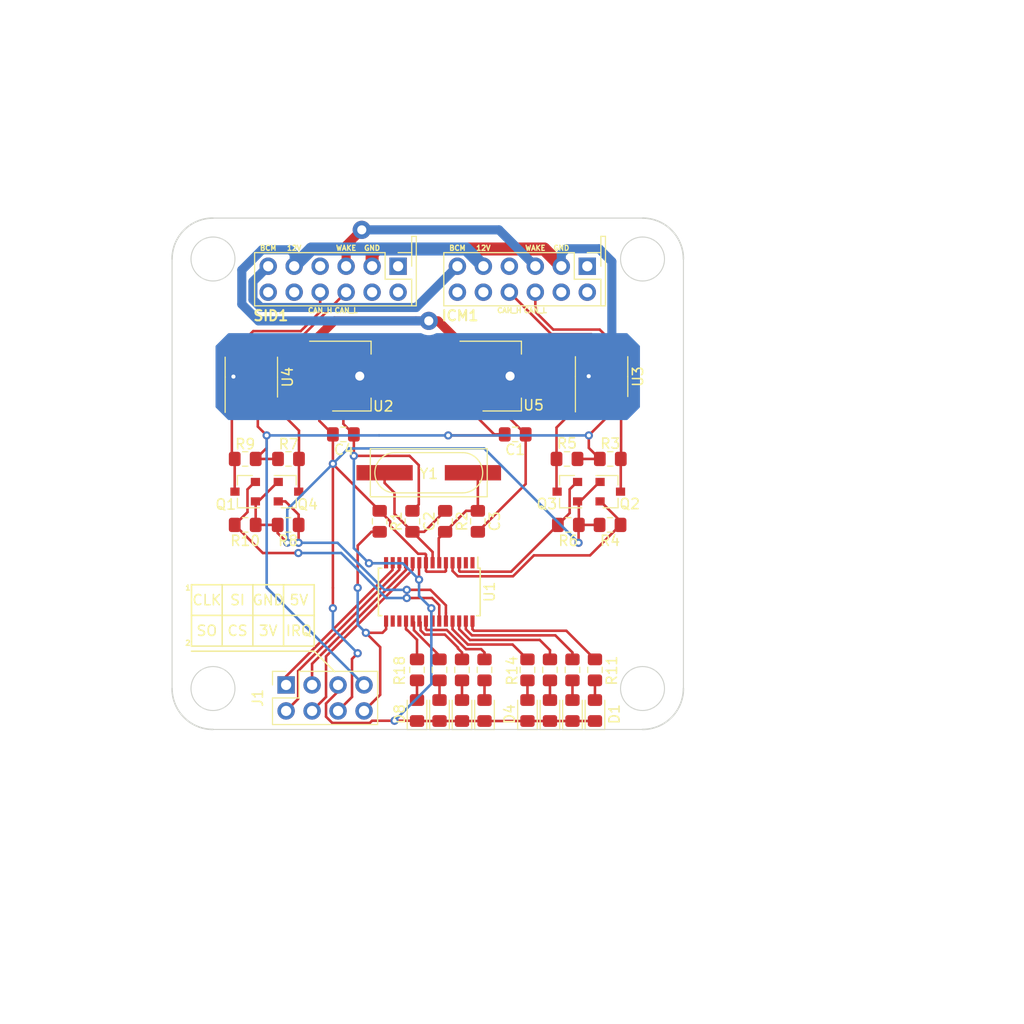
<source format=kicad_pcb>
(kicad_pcb (version 20171130) (host pcbnew 5.1.4-e60b266~84~ubuntu19.04.1)

  (general
    (thickness 1.6)
    (drawings 35)
    (tracks 380)
    (zones 0)
    (modules 43)
    (nets 42)
  )

  (page A4)
  (layers
    (0 F.Cu signal)
    (31 B.Cu signal hide)
    (32 B.Adhes user)
    (33 F.Adhes user)
    (34 B.Paste user)
    (35 F.Paste user)
    (36 B.SilkS user)
    (37 F.SilkS user)
    (38 B.Mask user)
    (39 F.Mask user)
    (40 Dwgs.User user)
    (41 Cmts.User user)
    (42 Eco1.User user)
    (43 Eco2.User user)
    (44 Edge.Cuts user)
    (45 Margin user)
    (46 B.CrtYd user)
    (47 F.CrtYd user)
    (48 B.Fab user)
    (49 F.Fab user)
  )

  (setup
    (last_trace_width 0.25)
    (user_trace_width 0.889)
    (user_trace_width 2.032)
    (trace_clearance 0.2)
    (zone_clearance 0.508)
    (zone_45_only yes)
    (trace_min 0.2)
    (via_size 0.8)
    (via_drill 0.4)
    (via_min_size 0.4)
    (via_min_drill 0.3)
    (user_via 1.778 0.889)
    (uvia_size 0.3)
    (uvia_drill 0.1)
    (uvias_allowed no)
    (uvia_min_size 0.2)
    (uvia_min_drill 0.1)
    (edge_width 0.1)
    (segment_width 0.2)
    (pcb_text_width 0.3)
    (pcb_text_size 1.5 1.5)
    (mod_edge_width 0.15)
    (mod_text_size 1 1)
    (mod_text_width 0.15)
    (pad_size 1.524 1.524)
    (pad_drill 0.762)
    (pad_to_mask_clearance 0)
    (aux_axis_origin 0 0)
    (visible_elements FFFFFF7F)
    (pcbplotparams
      (layerselection 0x010fc_ffffffff)
      (usegerberextensions false)
      (usegerberattributes false)
      (usegerberadvancedattributes false)
      (creategerberjobfile false)
      (excludeedgelayer true)
      (linewidth 0.100000)
      (plotframeref false)
      (viasonmask false)
      (mode 1)
      (useauxorigin false)
      (hpglpennumber 1)
      (hpglpenspeed 20)
      (hpglpendiameter 15.000000)
      (psnegative false)
      (psa4output false)
      (plotreference true)
      (plotvalue true)
      (plotinvisibletext false)
      (padsonsilk false)
      (subtractmaskfromsilk false)
      (outputformat 1)
      (mirror false)
      (drillshape 1)
      (scaleselection 1)
      (outputdirectory ""))
  )

  (net 0 "")
  (net 1 VDD_5V)
  (net 2 GND)
  (net 3 XTAL2)
  (net 4 XTAL1)
  (net 5 VDD_3.3V)
  (net 6 VIN)
  (net 7 TXA)
  (net 8 RXA)
  (net 9 TXB)
  (net 10 RXB)
  (net 11 "Net-(D1-Pad2)")
  (net 12 "Net-(D2-Pad2)")
  (net 13 "Net-(D3-Pad2)")
  (net 14 "Net-(D4-Pad2)")
  (net 15 "Net-(D5-Pad2)")
  (net 16 "Net-(D6-Pad2)")
  (net 17 "Net-(D7-Pad2)")
  (net 18 "Net-(D8-Pad2)")
  (net 19 TXB_CMOS)
  (net 20 RXA_CMOS)
  (net 21 TXA_CMOS)
  (net 22 RXB_CMOS)
  (net 23 "Net-(R11-Pad1)")
  (net 24 "Net-(R12-Pad1)")
  (net 25 "Net-(R13-Pad1)")
  (net 26 "Net-(R14-Pad1)")
  (net 27 "Net-(R15-Pad1)")
  (net 28 "Net-(R16-Pad1)")
  (net 29 "Net-(R17-Pad1)")
  (net 30 "Net-(R18-Pad1)")
  (net 31 "Net-(ICM1-Pad6)")
  (net 32 "Net-(ICM1-Pad9)")
  (net 33 "Net-(ICM1-Pad10)")
  (net 34 "Net-(ICM1-Pad3)")
  (net 35 "Net-(SID1-Pad9)")
  (net 36 "Net-(SID1-Pad10)")
  (net 37 CLK)
  (net 38 MISO)
  (net 39 MOSI)
  (net 40 CS)
  (net 41 IRQ)

  (net_class Default "This is the default net class."
    (clearance 0.2)
    (trace_width 0.25)
    (via_dia 0.8)
    (via_drill 0.4)
    (uvia_dia 0.3)
    (uvia_drill 0.1)
    (add_net CLK)
    (add_net CS)
    (add_net GND)
    (add_net IRQ)
    (add_net MISO)
    (add_net MOSI)
    (add_net "Net-(D1-Pad2)")
    (add_net "Net-(D2-Pad2)")
    (add_net "Net-(D3-Pad2)")
    (add_net "Net-(D4-Pad2)")
    (add_net "Net-(D5-Pad2)")
    (add_net "Net-(D6-Pad2)")
    (add_net "Net-(D7-Pad2)")
    (add_net "Net-(D8-Pad2)")
    (add_net "Net-(ICM1-Pad10)")
    (add_net "Net-(ICM1-Pad3)")
    (add_net "Net-(ICM1-Pad6)")
    (add_net "Net-(ICM1-Pad9)")
    (add_net "Net-(R11-Pad1)")
    (add_net "Net-(R12-Pad1)")
    (add_net "Net-(R13-Pad1)")
    (add_net "Net-(R14-Pad1)")
    (add_net "Net-(R15-Pad1)")
    (add_net "Net-(R16-Pad1)")
    (add_net "Net-(R17-Pad1)")
    (add_net "Net-(R18-Pad1)")
    (add_net "Net-(SID1-Pad10)")
    (add_net "Net-(SID1-Pad9)")
    (add_net RXA)
    (add_net RXA_CMOS)
    (add_net RXB)
    (add_net RXB_CMOS)
    (add_net TXA)
    (add_net TXA_CMOS)
    (add_net TXB)
    (add_net TXB_CMOS)
    (add_net VDD_3.3V)
    (add_net VDD_5V)
    (add_net VIN)
    (add_net XTAL1)
    (add_net XTAL2)
  )

  (module sid-board:SAAB_SID_CONNECTOR_HEADER (layer F.Cu) (tedit 5E472D2C) (tstamp 5E43AFAF)
    (at 91 80.1)
    (descr "Through hole straight pin header, 2x06, 2.54mm pitch, double rows")
    (tags "Through hole pin header THT 2x06 2.54mm double row")
    (path /5E211BEE)
    (fp_text reference SID1 (at -6.096 3.695) (layer F.SilkS)
      (effects (font (size 1 1) (thickness 0.2)))
    )
    (fp_text value SID_CONN (at 0 7.874) (layer F.Fab)
      (effects (font (size 1 1) (thickness 0.15)))
    )
    (fp_text user CAN_L (at 1.27 3.175 180) (layer F.SilkS)
      (effects (font (size 0.5 0.5) (thickness 0.125)))
    )
    (fp_text user CAN_H (at -1.27 3.175) (layer F.SilkS)
      (effects (font (size 0.5 0.5) (thickness 0.125)))
    )
    (fp_text user BCM (at -6.35 -2.921 180) (layer F.SilkS)
      (effects (font (size 0.5 0.5) (thickness 0.125)))
    )
    (fp_text user 12V (at -3.81 -2.921 180) (layer F.SilkS)
      (effects (font (size 0.5 0.5) (thickness 0.125)))
    )
    (fp_text user WAKE (at 1.27 -2.921 180) (layer F.SilkS)
      (effects (font (size 0.5 0.5) (thickness 0.125)))
    )
    (fp_text user GND (at 3.81 -2.921 180) (layer F.SilkS)
      (effects (font (size 0.5 0.5) (thickness 0.125)))
    )
    (fp_line (start 8.128 2.7305) (end 8.128 2.413) (layer F.SilkS) (width 0.12))
    (fp_line (start 7.68 2.7305) (end 8.128 2.7305) (layer F.SilkS) (width 0.12))
    (fp_line (start 8.128 -4.064) (end 8.128 2.413) (layer F.SilkS) (width 0.12))
    (fp_line (start 7.68 -4.064) (end 8.128 -4.064) (layer F.SilkS) (width 0.12))
    (fp_line (start 7.68 -2.473) (end 7.68 -4.064) (layer F.SilkS) (width 0.12))
    (fp_text user %R (at 0 0.127) (layer F.Fab)
      (effects (font (size 1 1) (thickness 0.15)))
    )
    (fp_line (start 8.15 3.207) (end 8.15 -2.943) (layer F.CrtYd) (width 0.05))
    (fp_line (start -8.15 3.207) (end 8.15 3.207) (layer F.CrtYd) (width 0.05))
    (fp_line (start -8.15 -2.943) (end -8.15 3.207) (layer F.CrtYd) (width 0.05))
    (fp_line (start 8.15 -2.943) (end -8.15 -2.943) (layer F.CrtYd) (width 0.05))
    (fp_line (start 7.68 -2.473) (end 7.68 -1.143) (layer F.SilkS) (width 0.12))
    (fp_line (start 6.35 -2.473) (end 7.68 -2.473) (layer F.SilkS) (width 0.12))
    (fp_line (start 7.68 0.127) (end 7.68 2.727) (layer F.SilkS) (width 0.12))
    (fp_line (start 5.08 0.127) (end 7.68 0.127) (layer F.SilkS) (width 0.12))
    (fp_line (start 5.08 -2.473) (end 5.08 0.127) (layer F.SilkS) (width 0.12))
    (fp_line (start 7.68 2.727) (end -7.68 2.727) (layer F.SilkS) (width 0.12))
    (fp_line (start 5.08 -2.473) (end -7.68 -2.473) (layer F.SilkS) (width 0.12))
    (fp_line (start -7.68 -2.473) (end -7.68 2.727) (layer F.SilkS) (width 0.12))
    (fp_line (start 6.35 -2.413) (end 7.62 -1.143) (layer F.Fab) (width 0.1))
    (fp_line (start -7.62 -2.413) (end 6.35 -2.413) (layer F.Fab) (width 0.1))
    (fp_line (start -7.62 2.667) (end -7.62 -2.413) (layer F.Fab) (width 0.1))
    (fp_line (start 7.62 2.667) (end -7.62 2.667) (layer F.Fab) (width 0.1))
    (fp_line (start 7.62 -1.143) (end 7.62 2.667) (layer F.Fab) (width 0.1))
    (pad 7 thru_hole oval (at -6.35 1.397 270) (size 1.7 1.7) (drill 1) (layers *.Cu *.Mask))
    (pad 6 thru_hole oval (at -6.35 -1.143 270) (size 1.7 1.7) (drill 1) (layers *.Cu *.Mask)
      (net 31 "Net-(ICM1-Pad6)"))
    (pad 8 thru_hole oval (at -3.81 1.397 270) (size 1.7 1.7) (drill 1) (layers *.Cu *.Mask))
    (pad 5 thru_hole oval (at -3.81 -1.143 270) (size 1.7 1.7) (drill 1) (layers *.Cu *.Mask)
      (net 6 VIN))
    (pad 9 thru_hole oval (at -1.27 1.397 270) (size 1.7 1.7) (drill 1) (layers *.Cu *.Mask)
      (net 35 "Net-(SID1-Pad9)"))
    (pad 4 thru_hole oval (at -1.27 -1.143 270) (size 1.7 1.7) (drill 1) (layers *.Cu *.Mask))
    (pad 10 thru_hole oval (at 1.27 1.397 270) (size 1.7 1.7) (drill 1) (layers *.Cu *.Mask)
      (net 36 "Net-(SID1-Pad10)"))
    (pad 3 thru_hole oval (at 1.27 -1.143 270) (size 1.7 1.7) (drill 1) (layers *.Cu *.Mask)
      (net 34 "Net-(ICM1-Pad3)"))
    (pad 11 thru_hole oval (at 3.81 1.397 270) (size 1.7 1.7) (drill 1) (layers *.Cu *.Mask))
    (pad 2 thru_hole oval (at 3.81 -1.143 270) (size 1.7 1.7) (drill 1) (layers *.Cu *.Mask)
      (net 2 GND))
    (pad 12 thru_hole oval (at 6.35 1.397 270) (size 1.7 1.7) (drill 1) (layers *.Cu *.Mask))
    (pad 1 thru_hole rect (at 6.35 -1.143 270) (size 1.7 1.7) (drill 1) (layers *.Cu *.Mask))
    (model ${KISYS3DMOD}/Connector_PinHeader_2.54mm.3dshapes/PinHeader_2x06_P2.54mm_Horizontal.wrl
      (offset (xyz -6.35 -1.4 0))
      (scale (xyz 1 1 1))
      (rotate (xyz 0 0 -90))
    )
  )

  (module sid-board:SAAB_SID_CONNECTOR_HEADER (layer F.Cu) (tedit 5E472D2C) (tstamp 5E467DF5)
    (at 109.5 80.1)
    (descr "Through hole straight pin header, 2x06, 2.54mm pitch, double rows")
    (tags "Through hole pin header THT 2x06 2.54mm double row")
    (path /5E210180)
    (fp_text reference ICM1 (at -6.096 3.695) (layer F.SilkS)
      (effects (font (size 1 1) (thickness 0.2)))
    )
    (fp_text value ICM_CONN (at 0 7.874) (layer F.Fab)
      (effects (font (size 1 1) (thickness 0.15)))
    )
    (fp_text user CAN_L (at 1.27 3.175 180) (layer F.SilkS)
      (effects (font (size 0.5 0.5) (thickness 0.125)))
    )
    (fp_text user CAN_H (at -1.27 3.175) (layer F.SilkS)
      (effects (font (size 0.5 0.5) (thickness 0.125)))
    )
    (fp_text user BCM (at -6.35 -2.921 180) (layer F.SilkS)
      (effects (font (size 0.5 0.5) (thickness 0.125)))
    )
    (fp_text user 12V (at -3.81 -2.921 180) (layer F.SilkS)
      (effects (font (size 0.5 0.5) (thickness 0.125)))
    )
    (fp_text user WAKE (at 1.27 -2.921 180) (layer F.SilkS)
      (effects (font (size 0.5 0.5) (thickness 0.125)))
    )
    (fp_text user GND (at 3.81 -2.921 180) (layer F.SilkS)
      (effects (font (size 0.5 0.5) (thickness 0.125)))
    )
    (fp_line (start 8.128 2.7305) (end 8.128 2.413) (layer F.SilkS) (width 0.12))
    (fp_line (start 7.68 2.7305) (end 8.128 2.7305) (layer F.SilkS) (width 0.12))
    (fp_line (start 8.128 -4.064) (end 8.128 2.413) (layer F.SilkS) (width 0.12))
    (fp_line (start 7.68 -4.064) (end 8.128 -4.064) (layer F.SilkS) (width 0.12))
    (fp_line (start 7.68 -2.473) (end 7.68 -4.064) (layer F.SilkS) (width 0.12))
    (fp_text user %R (at 0 0.127) (layer F.Fab)
      (effects (font (size 1 1) (thickness 0.15)))
    )
    (fp_line (start 8.15 3.207) (end 8.15 -2.943) (layer F.CrtYd) (width 0.05))
    (fp_line (start -8.15 3.207) (end 8.15 3.207) (layer F.CrtYd) (width 0.05))
    (fp_line (start -8.15 -2.943) (end -8.15 3.207) (layer F.CrtYd) (width 0.05))
    (fp_line (start 8.15 -2.943) (end -8.15 -2.943) (layer F.CrtYd) (width 0.05))
    (fp_line (start 7.68 -2.473) (end 7.68 -1.143) (layer F.SilkS) (width 0.12))
    (fp_line (start 6.35 -2.473) (end 7.68 -2.473) (layer F.SilkS) (width 0.12))
    (fp_line (start 7.68 0.127) (end 7.68 2.727) (layer F.SilkS) (width 0.12))
    (fp_line (start 5.08 0.127) (end 7.68 0.127) (layer F.SilkS) (width 0.12))
    (fp_line (start 5.08 -2.473) (end 5.08 0.127) (layer F.SilkS) (width 0.12))
    (fp_line (start 7.68 2.727) (end -7.68 2.727) (layer F.SilkS) (width 0.12))
    (fp_line (start 5.08 -2.473) (end -7.68 -2.473) (layer F.SilkS) (width 0.12))
    (fp_line (start -7.68 -2.473) (end -7.68 2.727) (layer F.SilkS) (width 0.12))
    (fp_line (start 6.35 -2.413) (end 7.62 -1.143) (layer F.Fab) (width 0.1))
    (fp_line (start -7.62 -2.413) (end 6.35 -2.413) (layer F.Fab) (width 0.1))
    (fp_line (start -7.62 2.667) (end -7.62 -2.413) (layer F.Fab) (width 0.1))
    (fp_line (start 7.62 2.667) (end -7.62 2.667) (layer F.Fab) (width 0.1))
    (fp_line (start 7.62 -1.143) (end 7.62 2.667) (layer F.Fab) (width 0.1))
    (pad 7 thru_hole oval (at -6.35 1.397 270) (size 1.7 1.7) (drill 1) (layers *.Cu *.Mask))
    (pad 6 thru_hole oval (at -6.35 -1.143 270) (size 1.7 1.7) (drill 1) (layers *.Cu *.Mask)
      (net 31 "Net-(ICM1-Pad6)"))
    (pad 8 thru_hole oval (at -3.81 1.397 270) (size 1.7 1.7) (drill 1) (layers *.Cu *.Mask))
    (pad 5 thru_hole oval (at -3.81 -1.143 270) (size 1.7 1.7) (drill 1) (layers *.Cu *.Mask)
      (net 6 VIN))
    (pad 9 thru_hole oval (at -1.27 1.397 270) (size 1.7 1.7) (drill 1) (layers *.Cu *.Mask)
      (net 32 "Net-(ICM1-Pad9)"))
    (pad 4 thru_hole oval (at -1.27 -1.143 270) (size 1.7 1.7) (drill 1) (layers *.Cu *.Mask))
    (pad 10 thru_hole oval (at 1.27 1.397 270) (size 1.7 1.7) (drill 1) (layers *.Cu *.Mask)
      (net 33 "Net-(ICM1-Pad10)"))
    (pad 3 thru_hole oval (at 1.27 -1.143 270) (size 1.7 1.7) (drill 1) (layers *.Cu *.Mask)
      (net 34 "Net-(ICM1-Pad3)"))
    (pad 11 thru_hole oval (at 3.81 1.397 270) (size 1.7 1.7) (drill 1) (layers *.Cu *.Mask))
    (pad 2 thru_hole oval (at 3.81 -1.143 270) (size 1.7 1.7) (drill 1) (layers *.Cu *.Mask)
      (net 2 GND))
    (pad 12 thru_hole oval (at 6.35 1.397 270) (size 1.7 1.7) (drill 1) (layers *.Cu *.Mask))
    (pad 1 thru_hole rect (at 6.35 -1.143 270) (size 1.7 1.7) (drill 1) (layers *.Cu *.Mask))
    (model ${KISYS3DMOD}/Connector_PinHeader_2.54mm.3dshapes/PinHeader_2x06_P2.54mm_Horizontal.wrl
      (offset (xyz -6.35 -1.4 0))
      (scale (xyz 1 1 1))
      (rotate (xyz 0 0 -90))
    )
  )

  (module Package_SO:TSSOP-28_4.4x9.7mm_P0.65mm (layer F.Cu) (tedit 5A02F25C) (tstamp 5E43B05C)
    (at 100.4 110.8 270)
    (descr "TSSOP28: plastic thin shrink small outline package; 28 leads; body width 4.4 mm; (see NXP SSOP-TSSOP-VSO-REFLOW.pdf and sot361-1_po.pdf)")
    (tags "SSOP 0.65")
    (path /5E1EA07F)
    (attr smd)
    (fp_text reference U1 (at 0 -5.9 90) (layer F.SilkS)
      (effects (font (size 1 1) (thickness 0.15)))
    )
    (fp_text value SC16IS752IPW (at 0 5.9 90) (layer F.Fab)
      (effects (font (size 1 1) (thickness 0.15)))
    )
    (fp_line (start -1.2 -4.85) (end 2.2 -4.85) (layer F.Fab) (width 0.15))
    (fp_line (start 2.2 -4.85) (end 2.2 4.85) (layer F.Fab) (width 0.15))
    (fp_line (start 2.2 4.85) (end -2.2 4.85) (layer F.Fab) (width 0.15))
    (fp_line (start -2.2 4.85) (end -2.2 -3.85) (layer F.Fab) (width 0.15))
    (fp_line (start -2.2 -3.85) (end -1.2 -4.85) (layer F.Fab) (width 0.15))
    (fp_line (start -3.65 -5.15) (end -3.65 5.15) (layer F.CrtYd) (width 0.05))
    (fp_line (start 3.65 -5.15) (end 3.65 5.15) (layer F.CrtYd) (width 0.05))
    (fp_line (start -3.65 -5.15) (end 3.65 -5.15) (layer F.CrtYd) (width 0.05))
    (fp_line (start -3.65 5.15) (end 3.65 5.15) (layer F.CrtYd) (width 0.05))
    (fp_line (start -2.325 -4.975) (end -2.325 -4.75) (layer F.SilkS) (width 0.15))
    (fp_line (start 2.325 -4.975) (end 2.325 -4.65) (layer F.SilkS) (width 0.15))
    (fp_line (start 2.325 4.975) (end 2.325 4.65) (layer F.SilkS) (width 0.15))
    (fp_line (start -2.325 4.975) (end -2.325 4.65) (layer F.SilkS) (width 0.15))
    (fp_line (start -2.325 -4.975) (end 2.325 -4.975) (layer F.SilkS) (width 0.15))
    (fp_line (start -2.325 4.975) (end 2.325 4.975) (layer F.SilkS) (width 0.15))
    (fp_line (start -2.325 -4.75) (end -3.4 -4.75) (layer F.SilkS) (width 0.15))
    (fp_text user %R (at 0 0 90) (layer F.Fab)
      (effects (font (size 0.8 0.8) (thickness 0.15)))
    )
    (pad 1 smd rect (at -2.85 -4.225 270) (size 1.1 0.4) (layers F.Cu F.Paste F.Mask))
    (pad 2 smd rect (at -2.85 -3.575 270) (size 1.1 0.4) (layers F.Cu F.Paste F.Mask))
    (pad 3 smd rect (at -2.85 -2.925 270) (size 1.1 0.4) (layers F.Cu F.Paste F.Mask)
      (net 7 TXA))
    (pad 4 smd rect (at -2.85 -2.275 270) (size 1.1 0.4) (layers F.Cu F.Paste F.Mask)
      (net 8 RXA))
    (pad 5 smd rect (at -2.85 -1.625 270) (size 1.1 0.4) (layers F.Cu F.Paste F.Mask)
      (net 5 VDD_3.3V))
    (pad 6 smd rect (at -2.85 -0.975 270) (size 1.1 0.4) (layers F.Cu F.Paste F.Mask)
      (net 4 XTAL1))
    (pad 7 smd rect (at -2.85 -0.325 270) (size 1.1 0.4) (layers F.Cu F.Paste F.Mask)
      (net 3 XTAL2))
    (pad 8 smd rect (at -2.85 0.325 270) (size 1.1 0.4) (layers F.Cu F.Paste F.Mask)
      (net 5 VDD_3.3V))
    (pad 9 smd rect (at -2.85 0.975 270) (size 1.1 0.4) (layers F.Cu F.Paste F.Mask)
      (net 2 GND))
    (pad 10 smd rect (at -2.85 1.625 270) (size 1.1 0.4) (layers F.Cu F.Paste F.Mask)
      (net 40 CS))
    (pad 11 smd rect (at -2.85 2.275 270) (size 1.1 0.4) (layers F.Cu F.Paste F.Mask)
      (net 39 MOSI))
    (pad 12 smd rect (at -2.85 2.925 270) (size 1.1 0.4) (layers F.Cu F.Paste F.Mask)
      (net 38 MISO))
    (pad 13 smd rect (at -2.85 3.575 270) (size 1.1 0.4) (layers F.Cu F.Paste F.Mask)
      (net 37 CLK))
    (pad 14 smd rect (at -2.85 4.225 270) (size 1.1 0.4) (layers F.Cu F.Paste F.Mask)
      (net 2 GND))
    (pad 15 smd rect (at 2.85 4.225 270) (size 1.1 0.4) (layers F.Cu F.Paste F.Mask)
      (net 41 IRQ))
    (pad 16 smd rect (at 2.85 3.575 270) (size 1.1 0.4) (layers F.Cu F.Paste F.Mask))
    (pad 17 smd rect (at 2.85 2.925 270) (size 1.1 0.4) (layers F.Cu F.Paste F.Mask))
    (pad 18 smd rect (at 2.85 2.275 270) (size 1.1 0.4) (layers F.Cu F.Paste F.Mask)
      (net 30 "Net-(R18-Pad1)"))
    (pad 19 smd rect (at 2.85 1.625 270) (size 1.1 0.4) (layers F.Cu F.Paste F.Mask)
      (net 29 "Net-(R17-Pad1)"))
    (pad 20 smd rect (at 2.85 0.975 270) (size 1.1 0.4) (layers F.Cu F.Paste F.Mask)
      (net 28 "Net-(R16-Pad1)"))
    (pad 21 smd rect (at 2.85 0.325 270) (size 1.1 0.4) (layers F.Cu F.Paste F.Mask)
      (net 27 "Net-(R15-Pad1)"))
    (pad 22 smd rect (at 2.85 -0.325 270) (size 1.1 0.4) (layers F.Cu F.Paste F.Mask)
      (net 2 GND))
    (pad 23 smd rect (at 2.85 -0.975 270) (size 1.1 0.4) (layers F.Cu F.Paste F.Mask)
      (net 9 TXB))
    (pad 24 smd rect (at 2.85 -1.625 270) (size 1.1 0.4) (layers F.Cu F.Paste F.Mask)
      (net 10 RXB))
    (pad 25 smd rect (at 2.85 -2.275 270) (size 1.1 0.4) (layers F.Cu F.Paste F.Mask)
      (net 26 "Net-(R14-Pad1)"))
    (pad 26 smd rect (at 2.85 -2.925 270) (size 1.1 0.4) (layers F.Cu F.Paste F.Mask)
      (net 25 "Net-(R13-Pad1)"))
    (pad 27 smd rect (at 2.85 -3.575 270) (size 1.1 0.4) (layers F.Cu F.Paste F.Mask)
      (net 24 "Net-(R12-Pad1)"))
    (pad 28 smd rect (at 2.85 -4.225 270) (size 1.1 0.4) (layers F.Cu F.Paste F.Mask)
      (net 23 "Net-(R11-Pad1)"))
    (model ${KISYS3DMOD}/Package_SO.3dshapes/TSSOP-28_4.4x9.7mm_P0.65mm.wrl
      (at (xyz 0 0 0))
      (scale (xyz 1 1 1))
      (rotate (xyz 0 0 0))
    )
  )

  (module Capacitor_SMD:C_0805_2012Metric_Pad1.15x1.40mm_HandSolder (layer F.Cu) (tedit 5B36C52B) (tstamp 5E43AF10)
    (at 108.8 95.4)
    (descr "Capacitor SMD 0805 (2012 Metric), square (rectangular) end terminal, IPC_7351 nominal with elongated pad for handsoldering. (Body size source: https://docs.google.com/spreadsheets/d/1BsfQQcO9C6DZCsRaXUlFlo91Tg2WpOkGARC1WS5S8t0/edit?usp=sharing), generated with kicad-footprint-generator")
    (tags "capacitor handsolder")
    (path /5E2BAD29)
    (attr smd)
    (fp_text reference C1 (at 0 1.5) (layer F.SilkS)
      (effects (font (size 1 1) (thickness 0.15)))
    )
    (fp_text value 100nF (at 0 1.65) (layer F.Fab)
      (effects (font (size 1 1) (thickness 0.15)))
    )
    (fp_line (start -1 0.6) (end -1 -0.6) (layer F.Fab) (width 0.1))
    (fp_line (start -1 -0.6) (end 1 -0.6) (layer F.Fab) (width 0.1))
    (fp_line (start 1 -0.6) (end 1 0.6) (layer F.Fab) (width 0.1))
    (fp_line (start 1 0.6) (end -1 0.6) (layer F.Fab) (width 0.1))
    (fp_line (start -0.261252 -0.71) (end 0.261252 -0.71) (layer F.SilkS) (width 0.12))
    (fp_line (start -0.261252 0.71) (end 0.261252 0.71) (layer F.SilkS) (width 0.12))
    (fp_line (start -1.85 0.95) (end -1.85 -0.95) (layer F.CrtYd) (width 0.05))
    (fp_line (start -1.85 -0.95) (end 1.85 -0.95) (layer F.CrtYd) (width 0.05))
    (fp_line (start 1.85 -0.95) (end 1.85 0.95) (layer F.CrtYd) (width 0.05))
    (fp_line (start 1.85 0.95) (end -1.85 0.95) (layer F.CrtYd) (width 0.05))
    (fp_text user %R (at 0 0) (layer F.Fab)
      (effects (font (size 0.5 0.5) (thickness 0.08)))
    )
    (pad 1 smd roundrect (at -1.025 0) (size 1.15 1.4) (layers F.Cu F.Paste F.Mask) (roundrect_rratio 0.217391)
      (net 1 VDD_5V))
    (pad 2 smd roundrect (at 1.025 0) (size 1.15 1.4) (layers F.Cu F.Paste F.Mask) (roundrect_rratio 0.217391)
      (net 2 GND))
    (model ${KISYS3DMOD}/Capacitor_SMD.3dshapes/C_0805_2012Metric.wrl
      (at (xyz 0 0 0))
      (scale (xyz 1 1 1))
      (rotate (xyz 0 0 0))
    )
  )

  (module Capacitor_SMD:C_0805_2012Metric_Pad1.15x1.40mm_HandSolder (layer F.Cu) (tedit 5B36C52B) (tstamp 5E43AF21)
    (at 98.75 103.9 90)
    (descr "Capacitor SMD 0805 (2012 Metric), square (rectangular) end terminal, IPC_7351 nominal with elongated pad for handsoldering. (Body size source: https://docs.google.com/spreadsheets/d/1BsfQQcO9C6DZCsRaXUlFlo91Tg2WpOkGARC1WS5S8t0/edit?usp=sharing), generated with kicad-footprint-generator")
    (tags "capacitor handsolder")
    (path /5E2B9259)
    (attr smd)
    (fp_text reference C2 (at 0 1.65 90) (layer F.SilkS)
      (effects (font (size 1 1) (thickness 0.15)))
    )
    (fp_text value 18pF (at 0 1.65 90) (layer F.Fab)
      (effects (font (size 1 1) (thickness 0.15)))
    )
    (fp_text user %R (at 0 0 90) (layer F.Fab)
      (effects (font (size 0.5 0.5) (thickness 0.08)))
    )
    (fp_line (start 1.85 0.95) (end -1.85 0.95) (layer F.CrtYd) (width 0.05))
    (fp_line (start 1.85 -0.95) (end 1.85 0.95) (layer F.CrtYd) (width 0.05))
    (fp_line (start -1.85 -0.95) (end 1.85 -0.95) (layer F.CrtYd) (width 0.05))
    (fp_line (start -1.85 0.95) (end -1.85 -0.95) (layer F.CrtYd) (width 0.05))
    (fp_line (start -0.261252 0.71) (end 0.261252 0.71) (layer F.SilkS) (width 0.12))
    (fp_line (start -0.261252 -0.71) (end 0.261252 -0.71) (layer F.SilkS) (width 0.12))
    (fp_line (start 1 0.6) (end -1 0.6) (layer F.Fab) (width 0.1))
    (fp_line (start 1 -0.6) (end 1 0.6) (layer F.Fab) (width 0.1))
    (fp_line (start -1 -0.6) (end 1 -0.6) (layer F.Fab) (width 0.1))
    (fp_line (start -1 0.6) (end -1 -0.6) (layer F.Fab) (width 0.1))
    (pad 2 smd roundrect (at 1.025 0 90) (size 1.15 1.4) (layers F.Cu F.Paste F.Mask) (roundrect_rratio 0.217391)
      (net 2 GND))
    (pad 1 smd roundrect (at -1.025 0 90) (size 1.15 1.4) (layers F.Cu F.Paste F.Mask) (roundrect_rratio 0.217391)
      (net 3 XTAL2))
    (model ${KISYS3DMOD}/Capacitor_SMD.3dshapes/C_0805_2012Metric.wrl
      (at (xyz 0 0 0))
      (scale (xyz 1 1 1))
      (rotate (xyz 0 0 0))
    )
  )

  (module Capacitor_SMD:C_0805_2012Metric_Pad1.15x1.40mm_HandSolder (layer F.Cu) (tedit 5B36C52B) (tstamp 5E472CA2)
    (at 105.15 103.9 270)
    (descr "Capacitor SMD 0805 (2012 Metric), square (rectangular) end terminal, IPC_7351 nominal with elongated pad for handsoldering. (Body size source: https://docs.google.com/spreadsheets/d/1BsfQQcO9C6DZCsRaXUlFlo91Tg2WpOkGARC1WS5S8t0/edit?usp=sharing), generated with kicad-footprint-generator")
    (tags "capacitor handsolder")
    (path /5E2BA581)
    (attr smd)
    (fp_text reference C3 (at 0 -1.65 90) (layer F.SilkS)
      (effects (font (size 1 1) (thickness 0.15)))
    )
    (fp_text value 18pF (at 0 1.65 90) (layer F.Fab)
      (effects (font (size 1 1) (thickness 0.15)))
    )
    (fp_line (start -1 0.6) (end -1 -0.6) (layer F.Fab) (width 0.1))
    (fp_line (start -1 -0.6) (end 1 -0.6) (layer F.Fab) (width 0.1))
    (fp_line (start 1 -0.6) (end 1 0.6) (layer F.Fab) (width 0.1))
    (fp_line (start 1 0.6) (end -1 0.6) (layer F.Fab) (width 0.1))
    (fp_line (start -0.261252 -0.71) (end 0.261252 -0.71) (layer F.SilkS) (width 0.12))
    (fp_line (start -0.261252 0.71) (end 0.261252 0.71) (layer F.SilkS) (width 0.12))
    (fp_line (start -1.85 0.95) (end -1.85 -0.95) (layer F.CrtYd) (width 0.05))
    (fp_line (start -1.85 -0.95) (end 1.85 -0.95) (layer F.CrtYd) (width 0.05))
    (fp_line (start 1.85 -0.95) (end 1.85 0.95) (layer F.CrtYd) (width 0.05))
    (fp_line (start 1.85 0.95) (end -1.85 0.95) (layer F.CrtYd) (width 0.05))
    (fp_text user %R (at 0 0 90) (layer F.Fab)
      (effects (font (size 0.5 0.5) (thickness 0.08)))
    )
    (pad 1 smd roundrect (at -1.025 0 270) (size 1.15 1.4) (layers F.Cu F.Paste F.Mask) (roundrect_rratio 0.217391)
      (net 4 XTAL1))
    (pad 2 smd roundrect (at 1.025 0 270) (size 1.15 1.4) (layers F.Cu F.Paste F.Mask) (roundrect_rratio 0.217391)
      (net 2 GND))
    (model ${KISYS3DMOD}/Capacitor_SMD.3dshapes/C_0805_2012Metric.wrl
      (at (xyz 0 0 0))
      (scale (xyz 1 1 1))
      (rotate (xyz 0 0 0))
    )
  )

  (module Capacitor_SMD:C_0805_2012Metric_Pad1.15x1.40mm_HandSolder (layer F.Cu) (tedit 5B36C52B) (tstamp 5E469BE5)
    (at 92 95.4)
    (descr "Capacitor SMD 0805 (2012 Metric), square (rectangular) end terminal, IPC_7351 nominal with elongated pad for handsoldering. (Body size source: https://docs.google.com/spreadsheets/d/1BsfQQcO9C6DZCsRaXUlFlo91Tg2WpOkGARC1WS5S8t0/edit?usp=sharing), generated with kicad-footprint-generator")
    (tags "capacitor handsolder")
    (path /5E29894F)
    (attr smd)
    (fp_text reference C4 (at 0.05 1.5) (layer F.SilkS)
      (effects (font (size 1 1) (thickness 0.15)))
    )
    (fp_text value 100nF (at 0 1.65) (layer F.Fab)
      (effects (font (size 1 1) (thickness 0.15)))
    )
    (fp_text user %R (at 0 0) (layer F.Fab)
      (effects (font (size 0.5 0.5) (thickness 0.08)))
    )
    (fp_line (start 1.85 0.95) (end -1.85 0.95) (layer F.CrtYd) (width 0.05))
    (fp_line (start 1.85 -0.95) (end 1.85 0.95) (layer F.CrtYd) (width 0.05))
    (fp_line (start -1.85 -0.95) (end 1.85 -0.95) (layer F.CrtYd) (width 0.05))
    (fp_line (start -1.85 0.95) (end -1.85 -0.95) (layer F.CrtYd) (width 0.05))
    (fp_line (start -0.261252 0.71) (end 0.261252 0.71) (layer F.SilkS) (width 0.12))
    (fp_line (start -0.261252 -0.71) (end 0.261252 -0.71) (layer F.SilkS) (width 0.12))
    (fp_line (start 1 0.6) (end -1 0.6) (layer F.Fab) (width 0.1))
    (fp_line (start 1 -0.6) (end 1 0.6) (layer F.Fab) (width 0.1))
    (fp_line (start -1 -0.6) (end 1 -0.6) (layer F.Fab) (width 0.1))
    (fp_line (start -1 0.6) (end -1 -0.6) (layer F.Fab) (width 0.1))
    (pad 2 smd roundrect (at 1.025 0) (size 1.15 1.4) (layers F.Cu F.Paste F.Mask) (roundrect_rratio 0.217391)
      (net 2 GND))
    (pad 1 smd roundrect (at -1.025 0) (size 1.15 1.4) (layers F.Cu F.Paste F.Mask) (roundrect_rratio 0.217391)
      (net 5 VDD_3.3V))
    (model ${KISYS3DMOD}/Capacitor_SMD.3dshapes/C_0805_2012Metric.wrl
      (at (xyz 0 0 0))
      (scale (xyz 1 1 1))
      (rotate (xyz 0 0 0))
    )
  )

  (module Package_TO_SOT_SMD:SOT-23 (layer F.Cu) (tedit 5A02FF57) (tstamp 5E469AAE)
    (at 82.4 101 180)
    (descr "SOT-23, Standard")
    (tags SOT-23)
    (path /5E4A8360)
    (attr smd)
    (fp_text reference Q1 (at 1.9 -1.25) (layer F.SilkS)
      (effects (font (size 1 1) (thickness 0.15)))
    )
    (fp_text value BSS138 (at 0 2.5) (layer F.Fab)
      (effects (font (size 1 1) (thickness 0.15)))
    )
    (fp_text user %R (at 0 0 90) (layer F.Fab)
      (effects (font (size 0.5 0.5) (thickness 0.075)))
    )
    (fp_line (start -0.7 -0.95) (end -0.7 1.5) (layer F.Fab) (width 0.1))
    (fp_line (start -0.15 -1.52) (end 0.7 -1.52) (layer F.Fab) (width 0.1))
    (fp_line (start -0.7 -0.95) (end -0.15 -1.52) (layer F.Fab) (width 0.1))
    (fp_line (start 0.7 -1.52) (end 0.7 1.52) (layer F.Fab) (width 0.1))
    (fp_line (start -0.7 1.52) (end 0.7 1.52) (layer F.Fab) (width 0.1))
    (fp_line (start 0.76 1.58) (end 0.76 0.65) (layer F.SilkS) (width 0.12))
    (fp_line (start 0.76 -1.58) (end 0.76 -0.65) (layer F.SilkS) (width 0.12))
    (fp_line (start -1.7 -1.75) (end 1.7 -1.75) (layer F.CrtYd) (width 0.05))
    (fp_line (start 1.7 -1.75) (end 1.7 1.75) (layer F.CrtYd) (width 0.05))
    (fp_line (start 1.7 1.75) (end -1.7 1.75) (layer F.CrtYd) (width 0.05))
    (fp_line (start -1.7 1.75) (end -1.7 -1.75) (layer F.CrtYd) (width 0.05))
    (fp_line (start 0.76 -1.58) (end -1.4 -1.58) (layer F.SilkS) (width 0.12))
    (fp_line (start 0.76 1.58) (end -0.7 1.58) (layer F.SilkS) (width 0.12))
    (pad 1 smd rect (at -1 -0.95 180) (size 0.9 0.8) (layers F.Cu F.Paste F.Mask)
      (net 5 VDD_3.3V))
    (pad 2 smd rect (at -1 0.95 180) (size 0.9 0.8) (layers F.Cu F.Paste F.Mask)
      (net 9 TXB))
    (pad 3 smd rect (at 1 0 180) (size 0.9 0.8) (layers F.Cu F.Paste F.Mask)
      (net 19 TXB_CMOS))
    (model ${KISYS3DMOD}/Package_TO_SOT_SMD.3dshapes/SOT-23.wrl
      (at (xyz 0 0 0))
      (scale (xyz 1 1 1))
      (rotate (xyz 0 0 0))
    )
  )

  (module Resistor_SMD:R_0805_2012Metric_Pad1.15x1.40mm_HandSolder (layer F.Cu) (tedit 5B36C52B) (tstamp 5E43B01A)
    (at 95.55 103.9 90)
    (descr "Resistor SMD 0805 (2012 Metric), square (rectangular) end terminal, IPC_7351 nominal with elongated pad for handsoldering. (Body size source: https://docs.google.com/spreadsheets/d/1BsfQQcO9C6DZCsRaXUlFlo91Tg2WpOkGARC1WS5S8t0/edit?usp=sharing), generated with kicad-footprint-generator")
    (tags "resistor handsolder")
    (path /5E32A99C)
    (attr smd)
    (fp_text reference R1 (at 0 1.65 90) (layer F.SilkS)
      (effects (font (size 1 1) (thickness 0.15)))
    )
    (fp_text value 1K (at 0 1.65 90) (layer F.Fab)
      (effects (font (size 1 1) (thickness 0.15)))
    )
    (fp_text user %R (at 0 0 90) (layer F.Fab)
      (effects (font (size 0.5 0.5) (thickness 0.08)))
    )
    (fp_line (start 1.85 0.95) (end -1.85 0.95) (layer F.CrtYd) (width 0.05))
    (fp_line (start 1.85 -0.95) (end 1.85 0.95) (layer F.CrtYd) (width 0.05))
    (fp_line (start -1.85 -0.95) (end 1.85 -0.95) (layer F.CrtYd) (width 0.05))
    (fp_line (start -1.85 0.95) (end -1.85 -0.95) (layer F.CrtYd) (width 0.05))
    (fp_line (start -0.261252 0.71) (end 0.261252 0.71) (layer F.SilkS) (width 0.12))
    (fp_line (start -0.261252 -0.71) (end 0.261252 -0.71) (layer F.SilkS) (width 0.12))
    (fp_line (start 1 0.6) (end -1 0.6) (layer F.Fab) (width 0.1))
    (fp_line (start 1 -0.6) (end 1 0.6) (layer F.Fab) (width 0.1))
    (fp_line (start -1 -0.6) (end 1 -0.6) (layer F.Fab) (width 0.1))
    (fp_line (start -1 0.6) (end -1 -0.6) (layer F.Fab) (width 0.1))
    (pad 2 smd roundrect (at 1.025 0 90) (size 1.15 1.4) (layers F.Cu F.Paste F.Mask) (roundrect_rratio 0.217391)
      (net 5 VDD_3.3V))
    (pad 1 smd roundrect (at -1.025 0 90) (size 1.15 1.4) (layers F.Cu F.Paste F.Mask) (roundrect_rratio 0.217391)
      (net 41 IRQ))
    (model ${KISYS3DMOD}/Resistor_SMD.3dshapes/R_0805_2012Metric.wrl
      (at (xyz 0 0 0))
      (scale (xyz 1 1 1))
      (rotate (xyz 0 0 0))
    )
  )

  (module Resistor_SMD:R_0805_2012Metric_Pad1.15x1.40mm_HandSolder (layer F.Cu) (tedit 5B36C52B) (tstamp 5E43B02B)
    (at 101.95 103.9 90)
    (descr "Resistor SMD 0805 (2012 Metric), square (rectangular) end terminal, IPC_7351 nominal with elongated pad for handsoldering. (Body size source: https://docs.google.com/spreadsheets/d/1BsfQQcO9C6DZCsRaXUlFlo91Tg2WpOkGARC1WS5S8t0/edit?usp=sharing), generated with kicad-footprint-generator")
    (tags "resistor handsolder")
    (path /5E2B87B7)
    (attr smd)
    (fp_text reference R2 (at 0 1.65 90) (layer F.SilkS)
      (effects (font (size 1 1) (thickness 0.15)))
    )
    (fp_text value 1M (at 0 1.65 90) (layer F.Fab)
      (effects (font (size 1 1) (thickness 0.15)))
    )
    (fp_line (start -1 0.6) (end -1 -0.6) (layer F.Fab) (width 0.1))
    (fp_line (start -1 -0.6) (end 1 -0.6) (layer F.Fab) (width 0.1))
    (fp_line (start 1 -0.6) (end 1 0.6) (layer F.Fab) (width 0.1))
    (fp_line (start 1 0.6) (end -1 0.6) (layer F.Fab) (width 0.1))
    (fp_line (start -0.261252 -0.71) (end 0.261252 -0.71) (layer F.SilkS) (width 0.12))
    (fp_line (start -0.261252 0.71) (end 0.261252 0.71) (layer F.SilkS) (width 0.12))
    (fp_line (start -1.85 0.95) (end -1.85 -0.95) (layer F.CrtYd) (width 0.05))
    (fp_line (start -1.85 -0.95) (end 1.85 -0.95) (layer F.CrtYd) (width 0.05))
    (fp_line (start 1.85 -0.95) (end 1.85 0.95) (layer F.CrtYd) (width 0.05))
    (fp_line (start 1.85 0.95) (end -1.85 0.95) (layer F.CrtYd) (width 0.05))
    (fp_text user %R (at 0 0 90) (layer F.Fab)
      (effects (font (size 0.5 0.5) (thickness 0.08)))
    )
    (pad 1 smd roundrect (at -1.025 0 90) (size 1.15 1.4) (layers F.Cu F.Paste F.Mask) (roundrect_rratio 0.217391)
      (net 4 XTAL1))
    (pad 2 smd roundrect (at 1.025 0 90) (size 1.15 1.4) (layers F.Cu F.Paste F.Mask) (roundrect_rratio 0.217391)
      (net 3 XTAL2))
    (model ${KISYS3DMOD}/Resistor_SMD.3dshapes/R_0805_2012Metric.wrl
      (at (xyz 0 0 0))
      (scale (xyz 1 1 1))
      (rotate (xyz 0 0 0))
    )
  )

  (module Package_TO_SOT_SMD:SOT-223-3_TabPin2 (layer F.Cu) (tedit 5A02FF57) (tstamp 5E46716E)
    (at 92.8 89.7)
    (descr "module CMS SOT223 4 pins")
    (tags "CMS SOT")
    (path /5E2845BD)
    (attr smd)
    (fp_text reference U2 (at 3.1 2.95) (layer F.SilkS)
      (effects (font (size 1 1) (thickness 0.15)))
    )
    (fp_text value MCP1703A-3302_SOT223 (at 0 4.5) (layer F.Fab)
      (effects (font (size 1 1) (thickness 0.15)))
    )
    (fp_text user %R (at 0 0 90) (layer F.Fab)
      (effects (font (size 0.8 0.8) (thickness 0.12)))
    )
    (fp_line (start 1.91 3.41) (end 1.91 2.15) (layer F.SilkS) (width 0.12))
    (fp_line (start 1.91 -3.41) (end 1.91 -2.15) (layer F.SilkS) (width 0.12))
    (fp_line (start 4.4 -3.6) (end -4.4 -3.6) (layer F.CrtYd) (width 0.05))
    (fp_line (start 4.4 3.6) (end 4.4 -3.6) (layer F.CrtYd) (width 0.05))
    (fp_line (start -4.4 3.6) (end 4.4 3.6) (layer F.CrtYd) (width 0.05))
    (fp_line (start -4.4 -3.6) (end -4.4 3.6) (layer F.CrtYd) (width 0.05))
    (fp_line (start -1.85 -2.35) (end -0.85 -3.35) (layer F.Fab) (width 0.1))
    (fp_line (start -1.85 -2.35) (end -1.85 3.35) (layer F.Fab) (width 0.1))
    (fp_line (start -1.85 3.41) (end 1.91 3.41) (layer F.SilkS) (width 0.12))
    (fp_line (start -0.85 -3.35) (end 1.85 -3.35) (layer F.Fab) (width 0.1))
    (fp_line (start -4.1 -3.41) (end 1.91 -3.41) (layer F.SilkS) (width 0.12))
    (fp_line (start -1.85 3.35) (end 1.85 3.35) (layer F.Fab) (width 0.1))
    (fp_line (start 1.85 -3.35) (end 1.85 3.35) (layer F.Fab) (width 0.1))
    (pad 2 smd rect (at 3.15 0) (size 2 3.8) (layers F.Cu F.Paste F.Mask)
      (net 2 GND))
    (pad 2 smd rect (at -3.15 0) (size 2 1.5) (layers F.Cu F.Paste F.Mask)
      (net 2 GND))
    (pad 3 smd rect (at -3.15 2.3) (size 2 1.5) (layers F.Cu F.Paste F.Mask)
      (net 5 VDD_3.3V))
    (pad 1 smd rect (at -3.15 -2.3) (size 2 1.5) (layers F.Cu F.Paste F.Mask)
      (net 6 VIN))
    (model ${KISYS3DMOD}/Package_TO_SOT_SMD.3dshapes/SOT-223.wrl
      (at (xyz 0 0 0))
      (scale (xyz 1 1 1))
      (rotate (xyz 0 0 0))
    )
  )

  (module Package_SO:SOIC-8_3.9x4.9mm_P1.27mm (layer F.Cu) (tedit 5D9F72B1) (tstamp 5E43B08C)
    (at 117.25 89.75 90)
    (descr "SOIC, 8 Pin (JEDEC MS-012AA, https://www.analog.com/media/en/package-pcb-resources/package/pkg_pdf/soic_narrow-r/r_8.pdf), generated with kicad-footprint-generator ipc_gullwing_generator.py")
    (tags "SOIC SO")
    (path /5E1EEB2A)
    (attr smd)
    (fp_text reference U3 (at 0 3.55 90) (layer F.SilkS)
      (effects (font (size 1 1) (thickness 0.15)))
    )
    (fp_text value PCA82C250 (at 0 3.4 90) (layer F.Fab)
      (effects (font (size 1 1) (thickness 0.15)))
    )
    (fp_line (start 0 2.56) (end 1.95 2.56) (layer F.SilkS) (width 0.12))
    (fp_line (start 0 2.56) (end -1.95 2.56) (layer F.SilkS) (width 0.12))
    (fp_line (start 0 -2.56) (end 1.95 -2.56) (layer F.SilkS) (width 0.12))
    (fp_line (start 0 -2.56) (end -3.45 -2.56) (layer F.SilkS) (width 0.12))
    (fp_line (start -0.975 -2.45) (end 1.95 -2.45) (layer F.Fab) (width 0.1))
    (fp_line (start 1.95 -2.45) (end 1.95 2.45) (layer F.Fab) (width 0.1))
    (fp_line (start 1.95 2.45) (end -1.95 2.45) (layer F.Fab) (width 0.1))
    (fp_line (start -1.95 2.45) (end -1.95 -1.475) (layer F.Fab) (width 0.1))
    (fp_line (start -1.95 -1.475) (end -0.975 -2.45) (layer F.Fab) (width 0.1))
    (fp_line (start -3.7 -2.7) (end -3.7 2.7) (layer F.CrtYd) (width 0.05))
    (fp_line (start -3.7 2.7) (end 3.7 2.7) (layer F.CrtYd) (width 0.05))
    (fp_line (start 3.7 2.7) (end 3.7 -2.7) (layer F.CrtYd) (width 0.05))
    (fp_line (start 3.7 -2.7) (end -3.7 -2.7) (layer F.CrtYd) (width 0.05))
    (fp_text user %R (at 0 0 90) (layer F.Fab)
      (effects (font (size 0.98 0.98) (thickness 0.15)))
    )
    (pad 1 smd roundrect (at -2.475 -1.905 90) (size 1.95 0.6) (layers F.Cu F.Paste F.Mask) (roundrect_rratio 0.25)
      (net 21 TXA_CMOS))
    (pad 2 smd roundrect (at -2.475 -0.635 90) (size 1.95 0.6) (layers F.Cu F.Paste F.Mask) (roundrect_rratio 0.25)
      (net 2 GND))
    (pad 3 smd roundrect (at -2.475 0.635 90) (size 1.95 0.6) (layers F.Cu F.Paste F.Mask) (roundrect_rratio 0.25)
      (net 1 VDD_5V))
    (pad 4 smd roundrect (at -2.475 1.905 90) (size 1.95 0.6) (layers F.Cu F.Paste F.Mask) (roundrect_rratio 0.25)
      (net 20 RXA_CMOS))
    (pad 5 smd roundrect (at 2.475 1.905 90) (size 1.95 0.6) (layers F.Cu F.Paste F.Mask) (roundrect_rratio 0.25))
    (pad 6 smd roundrect (at 2.475 0.635 90) (size 1.95 0.6) (layers F.Cu F.Paste F.Mask) (roundrect_rratio 0.25)
      (net 33 "Net-(ICM1-Pad10)"))
    (pad 7 smd roundrect (at 2.475 -0.635 90) (size 1.95 0.6) (layers F.Cu F.Paste F.Mask) (roundrect_rratio 0.25)
      (net 32 "Net-(ICM1-Pad9)"))
    (pad 8 smd roundrect (at 2.475 -1.905 90) (size 1.95 0.6) (layers F.Cu F.Paste F.Mask) (roundrect_rratio 0.25)
      (net 2 GND))
    (model ${KISYS3DMOD}/Package_SO.3dshapes/SOIC-8_3.9x4.9mm_P1.27mm.wrl
      (at (xyz 0 0 0))
      (scale (xyz 1 1 1))
      (rotate (xyz 0 0 0))
    )
  )

  (module Package_SO:SOIC-8_3.9x4.9mm_P1.27mm (layer F.Cu) (tedit 5D9F72B1) (tstamp 5E43B0A6)
    (at 83 89.8 90)
    (descr "SOIC, 8 Pin (JEDEC MS-012AA, https://www.analog.com/media/en/package-pcb-resources/package/pkg_pdf/soic_narrow-r/r_8.pdf), generated with kicad-footprint-generator ipc_gullwing_generator.py")
    (tags "SOIC SO")
    (path /5E1F1E39)
    (attr smd)
    (fp_text reference U4 (at 0 3.55 90) (layer F.SilkS)
      (effects (font (size 1 1) (thickness 0.15)))
    )
    (fp_text value PCA82C250 (at 0 3.4 90) (layer F.Fab)
      (effects (font (size 1 1) (thickness 0.15)))
    )
    (fp_line (start 0 2.56) (end 1.95 2.56) (layer F.SilkS) (width 0.12))
    (fp_line (start 0 2.56) (end -1.95 2.56) (layer F.SilkS) (width 0.12))
    (fp_line (start 0 -2.56) (end 1.95 -2.56) (layer F.SilkS) (width 0.12))
    (fp_line (start 0 -2.56) (end -3.45 -2.56) (layer F.SilkS) (width 0.12))
    (fp_line (start -0.975 -2.45) (end 1.95 -2.45) (layer F.Fab) (width 0.1))
    (fp_line (start 1.95 -2.45) (end 1.95 2.45) (layer F.Fab) (width 0.1))
    (fp_line (start 1.95 2.45) (end -1.95 2.45) (layer F.Fab) (width 0.1))
    (fp_line (start -1.95 2.45) (end -1.95 -1.475) (layer F.Fab) (width 0.1))
    (fp_line (start -1.95 -1.475) (end -0.975 -2.45) (layer F.Fab) (width 0.1))
    (fp_line (start -3.7 -2.7) (end -3.7 2.7) (layer F.CrtYd) (width 0.05))
    (fp_line (start -3.7 2.7) (end 3.7 2.7) (layer F.CrtYd) (width 0.05))
    (fp_line (start 3.7 2.7) (end 3.7 -2.7) (layer F.CrtYd) (width 0.05))
    (fp_line (start 3.7 -2.7) (end -3.7 -2.7) (layer F.CrtYd) (width 0.05))
    (fp_text user %R (at 0 0 90) (layer F.Fab)
      (effects (font (size 0.98 0.98) (thickness 0.15)))
    )
    (pad 1 smd roundrect (at -2.475 -1.905 90) (size 1.95 0.6) (layers F.Cu F.Paste F.Mask) (roundrect_rratio 0.25)
      (net 19 TXB_CMOS))
    (pad 2 smd roundrect (at -2.475 -0.635 90) (size 1.95 0.6) (layers F.Cu F.Paste F.Mask) (roundrect_rratio 0.25)
      (net 2 GND))
    (pad 3 smd roundrect (at -2.475 0.635 90) (size 1.95 0.6) (layers F.Cu F.Paste F.Mask) (roundrect_rratio 0.25)
      (net 1 VDD_5V))
    (pad 4 smd roundrect (at -2.475 1.905 90) (size 1.95 0.6) (layers F.Cu F.Paste F.Mask) (roundrect_rratio 0.25)
      (net 22 RXB_CMOS))
    (pad 5 smd roundrect (at 2.475 1.905 90) (size 1.95 0.6) (layers F.Cu F.Paste F.Mask) (roundrect_rratio 0.25))
    (pad 6 smd roundrect (at 2.475 0.635 90) (size 1.95 0.6) (layers F.Cu F.Paste F.Mask) (roundrect_rratio 0.25)
      (net 36 "Net-(SID1-Pad10)"))
    (pad 7 smd roundrect (at 2.475 -0.635 90) (size 1.95 0.6) (layers F.Cu F.Paste F.Mask) (roundrect_rratio 0.25)
      (net 35 "Net-(SID1-Pad9)"))
    (pad 8 smd roundrect (at 2.475 -1.905 90) (size 1.95 0.6) (layers F.Cu F.Paste F.Mask) (roundrect_rratio 0.25)
      (net 2 GND))
    (model ${KISYS3DMOD}/Package_SO.3dshapes/SOIC-8_3.9x4.9mm_P1.27mm.wrl
      (at (xyz 0 0 0))
      (scale (xyz 1 1 1))
      (rotate (xyz 0 0 0))
    )
  )

  (module Package_TO_SOT_SMD:SOT-223-3_TabPin2 (layer F.Cu) (tedit 5A02FF57) (tstamp 5E469E1D)
    (at 107.5 89.7)
    (descr "module CMS SOT223 4 pins")
    (tags "CMS SOT")
    (path /5E285FEA)
    (attr smd)
    (fp_text reference U5 (at 3.1 2.85) (layer F.SilkS)
      (effects (font (size 1 1) (thickness 0.15)))
    )
    (fp_text value MCP1703A-5002_SOT223 (at 0 4.5) (layer F.Fab)
      (effects (font (size 1 1) (thickness 0.15)))
    )
    (fp_line (start 1.85 -3.35) (end 1.85 3.35) (layer F.Fab) (width 0.1))
    (fp_line (start -1.85 3.35) (end 1.85 3.35) (layer F.Fab) (width 0.1))
    (fp_line (start -4.1 -3.41) (end 1.91 -3.41) (layer F.SilkS) (width 0.12))
    (fp_line (start -0.85 -3.35) (end 1.85 -3.35) (layer F.Fab) (width 0.1))
    (fp_line (start -1.85 3.41) (end 1.91 3.41) (layer F.SilkS) (width 0.12))
    (fp_line (start -1.85 -2.35) (end -1.85 3.35) (layer F.Fab) (width 0.1))
    (fp_line (start -1.85 -2.35) (end -0.85 -3.35) (layer F.Fab) (width 0.1))
    (fp_line (start -4.4 -3.6) (end -4.4 3.6) (layer F.CrtYd) (width 0.05))
    (fp_line (start -4.4 3.6) (end 4.4 3.6) (layer F.CrtYd) (width 0.05))
    (fp_line (start 4.4 3.6) (end 4.4 -3.6) (layer F.CrtYd) (width 0.05))
    (fp_line (start 4.4 -3.6) (end -4.4 -3.6) (layer F.CrtYd) (width 0.05))
    (fp_line (start 1.91 -3.41) (end 1.91 -2.15) (layer F.SilkS) (width 0.12))
    (fp_line (start 1.91 3.41) (end 1.91 2.15) (layer F.SilkS) (width 0.12))
    (fp_text user %R (at 0 0 90) (layer F.Fab)
      (effects (font (size 0.8 0.8) (thickness 0.12)))
    )
    (pad 1 smd rect (at -3.15 -2.3) (size 2 1.5) (layers F.Cu F.Paste F.Mask)
      (net 6 VIN))
    (pad 3 smd rect (at -3.15 2.3) (size 2 1.5) (layers F.Cu F.Paste F.Mask)
      (net 1 VDD_5V))
    (pad 2 smd rect (at -3.15 0) (size 2 1.5) (layers F.Cu F.Paste F.Mask)
      (net 2 GND))
    (pad 2 smd rect (at 3.15 0) (size 2 3.8) (layers F.Cu F.Paste F.Mask)
      (net 2 GND))
    (model ${KISYS3DMOD}/Package_TO_SOT_SMD.3dshapes/SOT-223.wrl
      (at (xyz 0 0 0))
      (scale (xyz 1 1 1))
      (rotate (xyz 0 0 0))
    )
  )

  (module "sid-board:Euroquarts 14.7456MHz Crystal ±30ppm SMD 2-Pin 12.4 x 4.5 x 4.2mm" (layer F.Cu) (tedit 5E27B7EB) (tstamp 5E43B0CA)
    (at 100.35 99.15)
    (path /5E2B8361)
    (fp_text reference Y1 (at 0 0.1) (layer F.SilkS)
      (effects (font (size 1 1) (thickness 0.15)))
    )
    (fp_text value 14.7456MHz (at 0 3.302) (layer F.Fab)
      (effects (font (size 1 1) (thickness 0.15)))
    )
    (fp_arc (start 3.302 0) (end 3.302 1.9685) (angle -180) (layer F.SilkS) (width 0.12))
    (fp_line (start -5.715 -2.3495) (end 5.715 -2.3495) (layer F.SilkS) (width 0.12))
    (fp_line (start 5.715 -2.3495) (end 5.715 2.3495) (layer F.SilkS) (width 0.12))
    (fp_line (start 5.715 2.3495) (end -5.715 2.3495) (layer F.SilkS) (width 0.12))
    (fp_line (start -5.715 2.3495) (end -5.715 -2.3495) (layer F.SilkS) (width 0.12))
    (fp_arc (start -3.302 0) (end -3.302 -1.9685) (angle -180) (layer F.SilkS) (width 0.12))
    (fp_line (start 3.302 -1.9685) (end -3.302 -1.9685) (layer F.SilkS) (width 0.12))
    (fp_line (start -3.302 1.9685) (end 3.302 1.9685) (layer F.SilkS) (width 0.12))
    (pad 1 smd rect (at -4.318 0) (size 5.5 1.5) (layers F.Cu F.Paste F.Mask)
      (net 3 XTAL2))
    (pad 2 smd rect (at 4.318 0) (size 5.5 1.5) (layers F.Cu F.Paste F.Mask)
      (net 4 XTAL1))
  )

  (module LED_SMD:LED_0805_2012Metric_Pad1.15x1.40mm_HandSolder (layer F.Cu) (tedit 5B4B45C9) (tstamp 5E46C9C1)
    (at 116.6 122.4 90)
    (descr "LED SMD 0805 (2012 Metric), square (rectangular) end terminal, IPC_7351 nominal, (Body size source: https://docs.google.com/spreadsheets/d/1BsfQQcO9C6DZCsRaXUlFlo91Tg2WpOkGARC1WS5S8t0/edit?usp=sharing), generated with kicad-footprint-generator")
    (tags "LED handsolder")
    (path /5E524EBA)
    (attr smd)
    (fp_text reference D1 (at -0.35 1.9 90) (layer F.SilkS)
      (effects (font (size 1 1) (thickness 0.15)))
    )
    (fp_text value LED7 (at 0 -1.695 90) (layer F.Fab)
      (effects (font (size 1 1) (thickness 0.15)))
    )
    (fp_text user %R (at 0 0 90) (layer F.Fab)
      (effects (font (size 0.5 0.5) (thickness 0.08)))
    )
    (fp_line (start 1.85 0.95) (end -1.85 0.95) (layer F.CrtYd) (width 0.05))
    (fp_line (start 1.85 -0.95) (end 1.85 0.95) (layer F.CrtYd) (width 0.05))
    (fp_line (start -1.85 -0.95) (end 1.85 -0.95) (layer F.CrtYd) (width 0.05))
    (fp_line (start -1.85 0.95) (end -1.85 -0.95) (layer F.CrtYd) (width 0.05))
    (fp_line (start -1.86 0.96) (end 1 0.96) (layer F.SilkS) (width 0.12))
    (fp_line (start -1.86 -0.96) (end -1.86 0.96) (layer F.SilkS) (width 0.12))
    (fp_line (start 1 -0.96) (end -1.86 -0.96) (layer F.SilkS) (width 0.12))
    (fp_line (start 1 0.6) (end 1 -0.6) (layer F.Fab) (width 0.1))
    (fp_line (start -1 0.6) (end 1 0.6) (layer F.Fab) (width 0.1))
    (fp_line (start -1 -0.3) (end -1 0.6) (layer F.Fab) (width 0.1))
    (fp_line (start -0.7 -0.6) (end -1 -0.3) (layer F.Fab) (width 0.1))
    (fp_line (start 1 -0.6) (end -0.7 -0.6) (layer F.Fab) (width 0.1))
    (pad 2 smd roundrect (at 1.025 0 90) (size 1.15 1.4) (layers F.Cu F.Paste F.Mask) (roundrect_rratio 0.217391)
      (net 11 "Net-(D1-Pad2)"))
    (pad 1 smd roundrect (at -1.025 0 90) (size 1.15 1.4) (layers F.Cu F.Paste F.Mask) (roundrect_rratio 0.217391)
      (net 2 GND))
    (model ${KISYS3DMOD}/LED_SMD.3dshapes/LED_0805_2012Metric.wrl
      (at (xyz 0 0 0))
      (scale (xyz 1 1 1))
      (rotate (xyz 0 0 0))
    )
  )

  (module LED_SMD:LED_0805_2012Metric_Pad1.15x1.40mm_HandSolder (layer F.Cu) (tedit 5B4B45C9) (tstamp 5E46CA99)
    (at 114.4 122.4 90)
    (descr "LED SMD 0805 (2012 Metric), square (rectangular) end terminal, IPC_7351 nominal, (Body size source: https://docs.google.com/spreadsheets/d/1BsfQQcO9C6DZCsRaXUlFlo91Tg2WpOkGARC1WS5S8t0/edit?usp=sharing), generated with kicad-footprint-generator")
    (tags "LED handsolder")
    (path /5E52A67D)
    (attr smd)
    (fp_text reference D2 (at 8 7.85 90) (layer F.SilkS) hide
      (effects (font (size 1 1) (thickness 0.15)))
    )
    (fp_text value LED6 (at 0 1.65 90) (layer F.Fab)
      (effects (font (size 1 1) (thickness 0.15)))
    )
    (fp_line (start 1 -0.6) (end -0.7 -0.6) (layer F.Fab) (width 0.1))
    (fp_line (start -0.7 -0.6) (end -1 -0.3) (layer F.Fab) (width 0.1))
    (fp_line (start -1 -0.3) (end -1 0.6) (layer F.Fab) (width 0.1))
    (fp_line (start -1 0.6) (end 1 0.6) (layer F.Fab) (width 0.1))
    (fp_line (start 1 0.6) (end 1 -0.6) (layer F.Fab) (width 0.1))
    (fp_line (start 1 -0.96) (end -1.86 -0.96) (layer F.SilkS) (width 0.12))
    (fp_line (start -1.86 -0.96) (end -1.86 0.96) (layer F.SilkS) (width 0.12))
    (fp_line (start -1.86 0.96) (end 1 0.96) (layer F.SilkS) (width 0.12))
    (fp_line (start -1.85 0.95) (end -1.85 -0.95) (layer F.CrtYd) (width 0.05))
    (fp_line (start -1.85 -0.95) (end 1.85 -0.95) (layer F.CrtYd) (width 0.05))
    (fp_line (start 1.85 -0.95) (end 1.85 0.95) (layer F.CrtYd) (width 0.05))
    (fp_line (start 1.85 0.95) (end -1.85 0.95) (layer F.CrtYd) (width 0.05))
    (fp_text user %R (at 0 0 90) (layer F.Fab)
      (effects (font (size 0.5 0.5) (thickness 0.08)))
    )
    (pad 1 smd roundrect (at -1.025 0 90) (size 1.15 1.4) (layers F.Cu F.Paste F.Mask) (roundrect_rratio 0.217391)
      (net 2 GND))
    (pad 2 smd roundrect (at 1.025 0 90) (size 1.15 1.4) (layers F.Cu F.Paste F.Mask) (roundrect_rratio 0.217391)
      (net 12 "Net-(D2-Pad2)"))
    (model ${KISYS3DMOD}/LED_SMD.3dshapes/LED_0805_2012Metric.wrl
      (at (xyz 0 0 0))
      (scale (xyz 1 1 1))
      (rotate (xyz 0 0 0))
    )
  )

  (module LED_SMD:LED_0805_2012Metric_Pad1.15x1.40mm_HandSolder (layer F.Cu) (tedit 5B4B45C9) (tstamp 5E46C9F7)
    (at 112.2 122.4 90)
    (descr "LED SMD 0805 (2012 Metric), square (rectangular) end terminal, IPC_7351 nominal, (Body size source: https://docs.google.com/spreadsheets/d/1BsfQQcO9C6DZCsRaXUlFlo91Tg2WpOkGARC1WS5S8t0/edit?usp=sharing), generated with kicad-footprint-generator")
    (tags "LED handsolder")
    (path /5E52A91D)
    (attr smd)
    (fp_text reference D3 (at 8 8.8 90) (layer F.SilkS) hide
      (effects (font (size 1 1) (thickness 0.15)))
    )
    (fp_text value LED5 (at 0 1.65 90) (layer F.Fab)
      (effects (font (size 1 1) (thickness 0.15)))
    )
    (fp_text user %R (at 0 0 90) (layer F.Fab)
      (effects (font (size 0.5 0.5) (thickness 0.08)))
    )
    (fp_line (start 1.85 0.95) (end -1.85 0.95) (layer F.CrtYd) (width 0.05))
    (fp_line (start 1.85 -0.95) (end 1.85 0.95) (layer F.CrtYd) (width 0.05))
    (fp_line (start -1.85 -0.95) (end 1.85 -0.95) (layer F.CrtYd) (width 0.05))
    (fp_line (start -1.85 0.95) (end -1.85 -0.95) (layer F.CrtYd) (width 0.05))
    (fp_line (start -1.86 0.96) (end 1 0.96) (layer F.SilkS) (width 0.12))
    (fp_line (start -1.86 -0.96) (end -1.86 0.96) (layer F.SilkS) (width 0.12))
    (fp_line (start 1 -0.96) (end -1.86 -0.96) (layer F.SilkS) (width 0.12))
    (fp_line (start 1 0.6) (end 1 -0.6) (layer F.Fab) (width 0.1))
    (fp_line (start -1 0.6) (end 1 0.6) (layer F.Fab) (width 0.1))
    (fp_line (start -1 -0.3) (end -1 0.6) (layer F.Fab) (width 0.1))
    (fp_line (start -0.7 -0.6) (end -1 -0.3) (layer F.Fab) (width 0.1))
    (fp_line (start 1 -0.6) (end -0.7 -0.6) (layer F.Fab) (width 0.1))
    (pad 2 smd roundrect (at 1.025 0 90) (size 1.15 1.4) (layers F.Cu F.Paste F.Mask) (roundrect_rratio 0.217391)
      (net 13 "Net-(D3-Pad2)"))
    (pad 1 smd roundrect (at -1.025 0 90) (size 1.15 1.4) (layers F.Cu F.Paste F.Mask) (roundrect_rratio 0.217391)
      (net 2 GND))
    (model ${KISYS3DMOD}/LED_SMD.3dshapes/LED_0805_2012Metric.wrl
      (at (xyz 0 0 0))
      (scale (xyz 1 1 1))
      (rotate (xyz 0 0 0))
    )
  )

  (module LED_SMD:LED_0805_2012Metric_Pad1.15x1.40mm_HandSolder (layer F.Cu) (tedit 5B4B45C9) (tstamp 5E46C955)
    (at 110 122.4 90)
    (descr "LED SMD 0805 (2012 Metric), square (rectangular) end terminal, IPC_7351 nominal, (Body size source: https://docs.google.com/spreadsheets/d/1BsfQQcO9C6DZCsRaXUlFlo91Tg2WpOkGARC1WS5S8t0/edit?usp=sharing), generated with kicad-footprint-generator")
    (tags "LED handsolder")
    (path /5E52ACF3)
    (attr smd)
    (fp_text reference D4 (at -0.35 -1.75 90) (layer F.SilkS)
      (effects (font (size 1 1) (thickness 0.15)))
    )
    (fp_text value LED4 (at 0 1.65 90) (layer F.Fab)
      (effects (font (size 1 1) (thickness 0.15)))
    )
    (fp_line (start 1 -0.6) (end -0.7 -0.6) (layer F.Fab) (width 0.1))
    (fp_line (start -0.7 -0.6) (end -1 -0.3) (layer F.Fab) (width 0.1))
    (fp_line (start -1 -0.3) (end -1 0.6) (layer F.Fab) (width 0.1))
    (fp_line (start -1 0.6) (end 1 0.6) (layer F.Fab) (width 0.1))
    (fp_line (start 1 0.6) (end 1 -0.6) (layer F.Fab) (width 0.1))
    (fp_line (start 1 -0.96) (end -1.86 -0.96) (layer F.SilkS) (width 0.12))
    (fp_line (start -1.86 -0.96) (end -1.86 0.96) (layer F.SilkS) (width 0.12))
    (fp_line (start -1.86 0.96) (end 1 0.96) (layer F.SilkS) (width 0.12))
    (fp_line (start -1.85 0.95) (end -1.85 -0.95) (layer F.CrtYd) (width 0.05))
    (fp_line (start -1.85 -0.95) (end 1.85 -0.95) (layer F.CrtYd) (width 0.05))
    (fp_line (start 1.85 -0.95) (end 1.85 0.95) (layer F.CrtYd) (width 0.05))
    (fp_line (start 1.85 0.95) (end -1.85 0.95) (layer F.CrtYd) (width 0.05))
    (fp_text user %R (at 0 0 90) (layer F.Fab)
      (effects (font (size 0.5 0.5) (thickness 0.08)))
    )
    (pad 1 smd roundrect (at -1.025 0 90) (size 1.15 1.4) (layers F.Cu F.Paste F.Mask) (roundrect_rratio 0.217391)
      (net 2 GND))
    (pad 2 smd roundrect (at 1.025 0 90) (size 1.15 1.4) (layers F.Cu F.Paste F.Mask) (roundrect_rratio 0.217391)
      (net 14 "Net-(D4-Pad2)"))
    (model ${KISYS3DMOD}/LED_SMD.3dshapes/LED_0805_2012Metric.wrl
      (at (xyz 0 0 0))
      (scale (xyz 1 1 1))
      (rotate (xyz 0 0 0))
    )
  )

  (module LED_SMD:LED_0805_2012Metric_Pad1.15x1.40mm_HandSolder (layer F.Cu) (tedit 5B4B45C9) (tstamp 5E46CACF)
    (at 105.8 122.4 90)
    (descr "LED SMD 0805 (2012 Metric), square (rectangular) end terminal, IPC_7351 nominal, (Body size source: https://docs.google.com/spreadsheets/d/1BsfQQcO9C6DZCsRaXUlFlo91Tg2WpOkGARC1WS5S8t0/edit?usp=sharing), generated with kicad-footprint-generator")
    (tags "LED handsolder")
    (path /5E52AFBB)
    (attr smd)
    (fp_text reference D5 (at 8 12.7 90) (layer F.SilkS) hide
      (effects (font (size 1 1) (thickness 0.15)))
    )
    (fp_text value LED3 (at 0 1.65 90) (layer F.Fab)
      (effects (font (size 1 1) (thickness 0.15)))
    )
    (fp_text user %R (at 0 0 90) (layer F.Fab)
      (effects (font (size 0.5 0.5) (thickness 0.08)))
    )
    (fp_line (start 1.85 0.95) (end -1.85 0.95) (layer F.CrtYd) (width 0.05))
    (fp_line (start 1.85 -0.95) (end 1.85 0.95) (layer F.CrtYd) (width 0.05))
    (fp_line (start -1.85 -0.95) (end 1.85 -0.95) (layer F.CrtYd) (width 0.05))
    (fp_line (start -1.85 0.95) (end -1.85 -0.95) (layer F.CrtYd) (width 0.05))
    (fp_line (start -1.86 0.96) (end 1 0.96) (layer F.SilkS) (width 0.12))
    (fp_line (start -1.86 -0.96) (end -1.86 0.96) (layer F.SilkS) (width 0.12))
    (fp_line (start 1 -0.96) (end -1.86 -0.96) (layer F.SilkS) (width 0.12))
    (fp_line (start 1 0.6) (end 1 -0.6) (layer F.Fab) (width 0.1))
    (fp_line (start -1 0.6) (end 1 0.6) (layer F.Fab) (width 0.1))
    (fp_line (start -1 -0.3) (end -1 0.6) (layer F.Fab) (width 0.1))
    (fp_line (start -0.7 -0.6) (end -1 -0.3) (layer F.Fab) (width 0.1))
    (fp_line (start 1 -0.6) (end -0.7 -0.6) (layer F.Fab) (width 0.1))
    (pad 2 smd roundrect (at 1.025 0 90) (size 1.15 1.4) (layers F.Cu F.Paste F.Mask) (roundrect_rratio 0.217391)
      (net 15 "Net-(D5-Pad2)"))
    (pad 1 smd roundrect (at -1.025 0 90) (size 1.15 1.4) (layers F.Cu F.Paste F.Mask) (roundrect_rratio 0.217391)
      (net 2 GND))
    (model ${KISYS3DMOD}/LED_SMD.3dshapes/LED_0805_2012Metric.wrl
      (at (xyz 0 0 0))
      (scale (xyz 1 1 1))
      (rotate (xyz 0 0 0))
    )
  )

  (module LED_SMD:LED_0805_2012Metric_Pad1.15x1.40mm_HandSolder (layer F.Cu) (tedit 5B4B45C9) (tstamp 5E46CA2D)
    (at 103.6 122.4 90)
    (descr "LED SMD 0805 (2012 Metric), square (rectangular) end terminal, IPC_7351 nominal, (Body size source: https://docs.google.com/spreadsheets/d/1BsfQQcO9C6DZCsRaXUlFlo91Tg2WpOkGARC1WS5S8t0/edit?usp=sharing), generated with kicad-footprint-generator")
    (tags "LED handsolder")
    (path /5E52B30B)
    (attr smd)
    (fp_text reference D6 (at 8 13.65 90) (layer F.SilkS) hide
      (effects (font (size 1 1) (thickness 0.15)))
    )
    (fp_text value LED2 (at 0 1.65 90) (layer F.Fab)
      (effects (font (size 1 1) (thickness 0.15)))
    )
    (fp_line (start 1 -0.6) (end -0.7 -0.6) (layer F.Fab) (width 0.1))
    (fp_line (start -0.7 -0.6) (end -1 -0.3) (layer F.Fab) (width 0.1))
    (fp_line (start -1 -0.3) (end -1 0.6) (layer F.Fab) (width 0.1))
    (fp_line (start -1 0.6) (end 1 0.6) (layer F.Fab) (width 0.1))
    (fp_line (start 1 0.6) (end 1 -0.6) (layer F.Fab) (width 0.1))
    (fp_line (start 1 -0.96) (end -1.86 -0.96) (layer F.SilkS) (width 0.12))
    (fp_line (start -1.86 -0.96) (end -1.86 0.96) (layer F.SilkS) (width 0.12))
    (fp_line (start -1.86 0.96) (end 1 0.96) (layer F.SilkS) (width 0.12))
    (fp_line (start -1.85 0.95) (end -1.85 -0.95) (layer F.CrtYd) (width 0.05))
    (fp_line (start -1.85 -0.95) (end 1.85 -0.95) (layer F.CrtYd) (width 0.05))
    (fp_line (start 1.85 -0.95) (end 1.85 0.95) (layer F.CrtYd) (width 0.05))
    (fp_line (start 1.85 0.95) (end -1.85 0.95) (layer F.CrtYd) (width 0.05))
    (fp_text user %R (at 0 0 90) (layer F.Fab)
      (effects (font (size 0.5 0.5) (thickness 0.08)))
    )
    (pad 1 smd roundrect (at -1.025 0 90) (size 1.15 1.4) (layers F.Cu F.Paste F.Mask) (roundrect_rratio 0.217391)
      (net 2 GND))
    (pad 2 smd roundrect (at 1.025 0 90) (size 1.15 1.4) (layers F.Cu F.Paste F.Mask) (roundrect_rratio 0.217391)
      (net 16 "Net-(D6-Pad2)"))
    (model ${KISYS3DMOD}/LED_SMD.3dshapes/LED_0805_2012Metric.wrl
      (at (xyz 0 0 0))
      (scale (xyz 1 1 1))
      (rotate (xyz 0 0 0))
    )
  )

  (module LED_SMD:LED_0805_2012Metric_Pad1.15x1.40mm_HandSolder (layer F.Cu) (tedit 5B4B45C9) (tstamp 5E46CA63)
    (at 101.4 122.4 90)
    (descr "LED SMD 0805 (2012 Metric), square (rectangular) end terminal, IPC_7351 nominal, (Body size source: https://docs.google.com/spreadsheets/d/1BsfQQcO9C6DZCsRaXUlFlo91Tg2WpOkGARC1WS5S8t0/edit?usp=sharing), generated with kicad-footprint-generator")
    (tags "LED handsolder")
    (path /5E52B635)
    (attr smd)
    (fp_text reference D7 (at 8 14.6 90) (layer F.SilkS) hide
      (effects (font (size 1 1) (thickness 0.15)))
    )
    (fp_text value LED1 (at 0 1.65 90) (layer F.Fab)
      (effects (font (size 1 1) (thickness 0.15)))
    )
    (fp_text user %R (at 0 0 90) (layer F.Fab)
      (effects (font (size 0.5 0.5) (thickness 0.08)))
    )
    (fp_line (start 1.85 0.95) (end -1.85 0.95) (layer F.CrtYd) (width 0.05))
    (fp_line (start 1.85 -0.95) (end 1.85 0.95) (layer F.CrtYd) (width 0.05))
    (fp_line (start -1.85 -0.95) (end 1.85 -0.95) (layer F.CrtYd) (width 0.05))
    (fp_line (start -1.85 0.95) (end -1.85 -0.95) (layer F.CrtYd) (width 0.05))
    (fp_line (start -1.86 0.96) (end 1 0.96) (layer F.SilkS) (width 0.12))
    (fp_line (start -1.86 -0.96) (end -1.86 0.96) (layer F.SilkS) (width 0.12))
    (fp_line (start 1 -0.96) (end -1.86 -0.96) (layer F.SilkS) (width 0.12))
    (fp_line (start 1 0.6) (end 1 -0.6) (layer F.Fab) (width 0.1))
    (fp_line (start -1 0.6) (end 1 0.6) (layer F.Fab) (width 0.1))
    (fp_line (start -1 -0.3) (end -1 0.6) (layer F.Fab) (width 0.1))
    (fp_line (start -0.7 -0.6) (end -1 -0.3) (layer F.Fab) (width 0.1))
    (fp_line (start 1 -0.6) (end -0.7 -0.6) (layer F.Fab) (width 0.1))
    (pad 2 smd roundrect (at 1.025 0 90) (size 1.15 1.4) (layers F.Cu F.Paste F.Mask) (roundrect_rratio 0.217391)
      (net 17 "Net-(D7-Pad2)"))
    (pad 1 smd roundrect (at -1.025 0 90) (size 1.15 1.4) (layers F.Cu F.Paste F.Mask) (roundrect_rratio 0.217391)
      (net 2 GND))
    (model ${KISYS3DMOD}/LED_SMD.3dshapes/LED_0805_2012Metric.wrl
      (at (xyz 0 0 0))
      (scale (xyz 1 1 1))
      (rotate (xyz 0 0 0))
    )
  )

  (module LED_SMD:LED_0805_2012Metric_Pad1.15x1.40mm_HandSolder (layer F.Cu) (tedit 5B4B45C9) (tstamp 5E46C98B)
    (at 99.2 122.4 90)
    (descr "LED SMD 0805 (2012 Metric), square (rectangular) end terminal, IPC_7351 nominal, (Body size source: https://docs.google.com/spreadsheets/d/1BsfQQcO9C6DZCsRaXUlFlo91Tg2WpOkGARC1WS5S8t0/edit?usp=sharing), generated with kicad-footprint-generator")
    (tags "LED handsolder")
    (path /5E52B939)
    (attr smd)
    (fp_text reference D8 (at -0.35 -1.7 90) (layer F.SilkS)
      (effects (font (size 1 1) (thickness 0.15)))
    )
    (fp_text value LED0 (at 0 1.65 90) (layer F.Fab)
      (effects (font (size 1 1) (thickness 0.15)))
    )
    (fp_line (start 1 -0.6) (end -0.7 -0.6) (layer F.Fab) (width 0.1))
    (fp_line (start -0.7 -0.6) (end -1 -0.3) (layer F.Fab) (width 0.1))
    (fp_line (start -1 -0.3) (end -1 0.6) (layer F.Fab) (width 0.1))
    (fp_line (start -1 0.6) (end 1 0.6) (layer F.Fab) (width 0.1))
    (fp_line (start 1 0.6) (end 1 -0.6) (layer F.Fab) (width 0.1))
    (fp_line (start 1 -0.96) (end -1.86 -0.96) (layer F.SilkS) (width 0.12))
    (fp_line (start -1.86 -0.96) (end -1.86 0.96) (layer F.SilkS) (width 0.12))
    (fp_line (start -1.86 0.96) (end 1 0.96) (layer F.SilkS) (width 0.12))
    (fp_line (start -1.85 0.95) (end -1.85 -0.95) (layer F.CrtYd) (width 0.05))
    (fp_line (start -1.85 -0.95) (end 1.85 -0.95) (layer F.CrtYd) (width 0.05))
    (fp_line (start 1.85 -0.95) (end 1.85 0.95) (layer F.CrtYd) (width 0.05))
    (fp_line (start 1.85 0.95) (end -1.85 0.95) (layer F.CrtYd) (width 0.05))
    (fp_text user %R (at -1.391906 0 90) (layer F.Fab)
      (effects (font (size 0.5 0.5) (thickness 0.08)))
    )
    (pad 1 smd roundrect (at -1.025 0 90) (size 1.15 1.4) (layers F.Cu F.Paste F.Mask) (roundrect_rratio 0.217391)
      (net 2 GND))
    (pad 2 smd roundrect (at 1.025 0 90) (size 1.15 1.4) (layers F.Cu F.Paste F.Mask) (roundrect_rratio 0.217391)
      (net 18 "Net-(D8-Pad2)"))
    (model ${KISYS3DMOD}/LED_SMD.3dshapes/LED_0805_2012Metric.wrl
      (at (xyz 0 0 0))
      (scale (xyz 1 1 1))
      (rotate (xyz 0 0 0))
    )
  )

  (module Package_TO_SOT_SMD:SOT-23 (layer F.Cu) (tedit 5A02FF57) (tstamp 5E4699FA)
    (at 118.1 101)
    (descr "SOT-23, Standard")
    (tags SOT-23)
    (path /5E45B08C)
    (attr smd)
    (fp_text reference Q2 (at 1.9 1.2) (layer F.SilkS)
      (effects (font (size 1 1) (thickness 0.15)))
    )
    (fp_text value BSS138 (at 0 2.5) (layer F.Fab)
      (effects (font (size 1 1) (thickness 0.15)))
    )
    (fp_text user %R (at 0 0 90) (layer F.Fab)
      (effects (font (size 0.5 0.5) (thickness 0.075)))
    )
    (fp_line (start -0.7 -0.95) (end -0.7 1.5) (layer F.Fab) (width 0.1))
    (fp_line (start -0.15 -1.52) (end 0.7 -1.52) (layer F.Fab) (width 0.1))
    (fp_line (start -0.7 -0.95) (end -0.15 -1.52) (layer F.Fab) (width 0.1))
    (fp_line (start 0.7 -1.52) (end 0.7 1.52) (layer F.Fab) (width 0.1))
    (fp_line (start -0.7 1.52) (end 0.7 1.52) (layer F.Fab) (width 0.1))
    (fp_line (start 0.76 1.58) (end 0.76 0.65) (layer F.SilkS) (width 0.12))
    (fp_line (start 0.76 -1.58) (end 0.76 -0.65) (layer F.SilkS) (width 0.12))
    (fp_line (start -1.7 -1.75) (end 1.7 -1.75) (layer F.CrtYd) (width 0.05))
    (fp_line (start 1.7 -1.75) (end 1.7 1.75) (layer F.CrtYd) (width 0.05))
    (fp_line (start 1.7 1.75) (end -1.7 1.75) (layer F.CrtYd) (width 0.05))
    (fp_line (start -1.7 1.75) (end -1.7 -1.75) (layer F.CrtYd) (width 0.05))
    (fp_line (start 0.76 -1.58) (end -1.4 -1.58) (layer F.SilkS) (width 0.12))
    (fp_line (start 0.76 1.58) (end -0.7 1.58) (layer F.SilkS) (width 0.12))
    (pad 1 smd rect (at -1 -0.95) (size 0.9 0.8) (layers F.Cu F.Paste F.Mask)
      (net 5 VDD_3.3V))
    (pad 2 smd rect (at -1 0.95) (size 0.9 0.8) (layers F.Cu F.Paste F.Mask)
      (net 8 RXA))
    (pad 3 smd rect (at 1 0) (size 0.9 0.8) (layers F.Cu F.Paste F.Mask)
      (net 20 RXA_CMOS))
    (model ${KISYS3DMOD}/Package_TO_SOT_SMD.3dshapes/SOT-23.wrl
      (at (xyz 0 0 0))
      (scale (xyz 1 1 1))
      (rotate (xyz 0 0 0))
    )
  )

  (module Package_TO_SOT_SMD:SOT-23 (layer F.Cu) (tedit 5A02FF57) (tstamp 5E469A36)
    (at 113.9 101 180)
    (descr "SOT-23, Standard")
    (tags SOT-23)
    (path /5E459F88)
    (attr smd)
    (fp_text reference Q3 (at 2 -1.2) (layer F.SilkS)
      (effects (font (size 1 1) (thickness 0.15)))
    )
    (fp_text value BSS138 (at 0 2.5) (layer F.Fab)
      (effects (font (size 1 1) (thickness 0.15)))
    )
    (fp_text user %R (at 0 0 90) (layer F.Fab)
      (effects (font (size 0.5 0.5) (thickness 0.075)))
    )
    (fp_line (start -0.7 -0.95) (end -0.7 1.5) (layer F.Fab) (width 0.1))
    (fp_line (start -0.15 -1.52) (end 0.7 -1.52) (layer F.Fab) (width 0.1))
    (fp_line (start -0.7 -0.95) (end -0.15 -1.52) (layer F.Fab) (width 0.1))
    (fp_line (start 0.7 -1.52) (end 0.7 1.52) (layer F.Fab) (width 0.1))
    (fp_line (start -0.7 1.52) (end 0.7 1.52) (layer F.Fab) (width 0.1))
    (fp_line (start 0.76 1.58) (end 0.76 0.65) (layer F.SilkS) (width 0.12))
    (fp_line (start 0.76 -1.58) (end 0.76 -0.65) (layer F.SilkS) (width 0.12))
    (fp_line (start -1.7 -1.75) (end 1.7 -1.75) (layer F.CrtYd) (width 0.05))
    (fp_line (start 1.7 -1.75) (end 1.7 1.75) (layer F.CrtYd) (width 0.05))
    (fp_line (start 1.7 1.75) (end -1.7 1.75) (layer F.CrtYd) (width 0.05))
    (fp_line (start -1.7 1.75) (end -1.7 -1.75) (layer F.CrtYd) (width 0.05))
    (fp_line (start 0.76 -1.58) (end -1.4 -1.58) (layer F.SilkS) (width 0.12))
    (fp_line (start 0.76 1.58) (end -0.7 1.58) (layer F.SilkS) (width 0.12))
    (pad 1 smd rect (at -1 -0.95 180) (size 0.9 0.8) (layers F.Cu F.Paste F.Mask)
      (net 5 VDD_3.3V))
    (pad 2 smd rect (at -1 0.95 180) (size 0.9 0.8) (layers F.Cu F.Paste F.Mask)
      (net 7 TXA))
    (pad 3 smd rect (at 1 0 180) (size 0.9 0.8) (layers F.Cu F.Paste F.Mask)
      (net 21 TXA_CMOS))
    (model ${KISYS3DMOD}/Package_TO_SOT_SMD.3dshapes/SOT-23.wrl
      (at (xyz 0 0 0))
      (scale (xyz 1 1 1))
      (rotate (xyz 0 0 0))
    )
  )

  (module Package_TO_SOT_SMD:SOT-23 (layer F.Cu) (tedit 5A02FF57) (tstamp 5E469A72)
    (at 86.633333 101)
    (descr "SOT-23, Standard")
    (tags SOT-23)
    (path /5E458EF7)
    (attr smd)
    (fp_text reference Q4 (at 1.866667 1.25) (layer F.SilkS)
      (effects (font (size 1 1) (thickness 0.15)))
    )
    (fp_text value BSS138 (at 0 2.5) (layer F.Fab)
      (effects (font (size 1 1) (thickness 0.15)))
    )
    (fp_line (start 0.76 1.58) (end -0.7 1.58) (layer F.SilkS) (width 0.12))
    (fp_line (start 0.76 -1.58) (end -1.4 -1.58) (layer F.SilkS) (width 0.12))
    (fp_line (start -1.7 1.75) (end -1.7 -1.75) (layer F.CrtYd) (width 0.05))
    (fp_line (start 1.7 1.75) (end -1.7 1.75) (layer F.CrtYd) (width 0.05))
    (fp_line (start 1.7 -1.75) (end 1.7 1.75) (layer F.CrtYd) (width 0.05))
    (fp_line (start -1.7 -1.75) (end 1.7 -1.75) (layer F.CrtYd) (width 0.05))
    (fp_line (start 0.76 -1.58) (end 0.76 -0.65) (layer F.SilkS) (width 0.12))
    (fp_line (start 0.76 1.58) (end 0.76 0.65) (layer F.SilkS) (width 0.12))
    (fp_line (start -0.7 1.52) (end 0.7 1.52) (layer F.Fab) (width 0.1))
    (fp_line (start 0.7 -1.52) (end 0.7 1.52) (layer F.Fab) (width 0.1))
    (fp_line (start -0.7 -0.95) (end -0.15 -1.52) (layer F.Fab) (width 0.1))
    (fp_line (start -0.15 -1.52) (end 0.7 -1.52) (layer F.Fab) (width 0.1))
    (fp_line (start -0.7 -0.95) (end -0.7 1.5) (layer F.Fab) (width 0.1))
    (fp_text user %R (at 0 0 90) (layer F.Fab)
      (effects (font (size 0.5 0.5) (thickness 0.075)))
    )
    (pad 3 smd rect (at 1 0) (size 0.9 0.8) (layers F.Cu F.Paste F.Mask)
      (net 22 RXB_CMOS))
    (pad 2 smd rect (at -1 0.95) (size 0.9 0.8) (layers F.Cu F.Paste F.Mask)
      (net 10 RXB))
    (pad 1 smd rect (at -1 -0.95) (size 0.9 0.8) (layers F.Cu F.Paste F.Mask)
      (net 5 VDD_3.3V))
    (model ${KISYS3DMOD}/Package_TO_SOT_SMD.3dshapes/SOT-23.wrl
      (at (xyz 0 0 0))
      (scale (xyz 1 1 1))
      (rotate (xyz 0 0 0))
    )
  )

  (module Resistor_SMD:R_0805_2012Metric_Pad1.15x1.40mm_HandSolder (layer F.Cu) (tedit 5B36C52B) (tstamp 5E43B7F8)
    (at 118.1 97.8)
    (descr "Resistor SMD 0805 (2012 Metric), square (rectangular) end terminal, IPC_7351 nominal with elongated pad for handsoldering. (Body size source: https://docs.google.com/spreadsheets/d/1BsfQQcO9C6DZCsRaXUlFlo91Tg2WpOkGARC1WS5S8t0/edit?usp=sharing), generated with kicad-footprint-generator")
    (tags "resistor handsolder")
    (path /5E497F86)
    (attr smd)
    (fp_text reference R3 (at 0 -1.5) (layer F.SilkS)
      (effects (font (size 1 1) (thickness 0.15)))
    )
    (fp_text value 10k (at 0 1.65) (layer F.Fab)
      (effects (font (size 1 1) (thickness 0.15)))
    )
    (fp_text user %R (at 0 0) (layer F.Fab)
      (effects (font (size 0.5 0.5) (thickness 0.08)))
    )
    (fp_line (start 1.85 0.95) (end -1.85 0.95) (layer F.CrtYd) (width 0.05))
    (fp_line (start 1.85 -0.95) (end 1.85 0.95) (layer F.CrtYd) (width 0.05))
    (fp_line (start -1.85 -0.95) (end 1.85 -0.95) (layer F.CrtYd) (width 0.05))
    (fp_line (start -1.85 0.95) (end -1.85 -0.95) (layer F.CrtYd) (width 0.05))
    (fp_line (start -0.261252 0.71) (end 0.261252 0.71) (layer F.SilkS) (width 0.12))
    (fp_line (start -0.261252 -0.71) (end 0.261252 -0.71) (layer F.SilkS) (width 0.12))
    (fp_line (start 1 0.6) (end -1 0.6) (layer F.Fab) (width 0.1))
    (fp_line (start 1 -0.6) (end 1 0.6) (layer F.Fab) (width 0.1))
    (fp_line (start -1 -0.6) (end 1 -0.6) (layer F.Fab) (width 0.1))
    (fp_line (start -1 0.6) (end -1 -0.6) (layer F.Fab) (width 0.1))
    (pad 2 smd roundrect (at 1.025 0) (size 1.15 1.4) (layers F.Cu F.Paste F.Mask) (roundrect_rratio 0.217391)
      (net 20 RXA_CMOS))
    (pad 1 smd roundrect (at -1.025 0) (size 1.15 1.4) (layers F.Cu F.Paste F.Mask) (roundrect_rratio 0.217391)
      (net 1 VDD_5V))
    (model ${KISYS3DMOD}/Resistor_SMD.3dshapes/R_0805_2012Metric.wrl
      (at (xyz 0 0 0))
      (scale (xyz 1 1 1))
      (rotate (xyz 0 0 0))
    )
  )

  (module Resistor_SMD:R_0805_2012Metric_Pad1.15x1.40mm_HandSolder (layer F.Cu) (tedit 5B36C52B) (tstamp 5E43B809)
    (at 118.075 104.25)
    (descr "Resistor SMD 0805 (2012 Metric), square (rectangular) end terminal, IPC_7351 nominal with elongated pad for handsoldering. (Body size source: https://docs.google.com/spreadsheets/d/1BsfQQcO9C6DZCsRaXUlFlo91Tg2WpOkGARC1WS5S8t0/edit?usp=sharing), generated with kicad-footprint-generator")
    (tags "resistor handsolder")
    (path /5E4B173C)
    (attr smd)
    (fp_text reference R4 (at 0 1.55) (layer F.SilkS)
      (effects (font (size 1 1) (thickness 0.15)))
    )
    (fp_text value 10k (at 0 1.65) (layer F.Fab)
      (effects (font (size 1 1) (thickness 0.15)))
    )
    (fp_text user %R (at 0 0) (layer F.Fab)
      (effects (font (size 0.5 0.5) (thickness 0.08)))
    )
    (fp_line (start 1.85 0.95) (end -1.85 0.95) (layer F.CrtYd) (width 0.05))
    (fp_line (start 1.85 -0.95) (end 1.85 0.95) (layer F.CrtYd) (width 0.05))
    (fp_line (start -1.85 -0.95) (end 1.85 -0.95) (layer F.CrtYd) (width 0.05))
    (fp_line (start -1.85 0.95) (end -1.85 -0.95) (layer F.CrtYd) (width 0.05))
    (fp_line (start -0.261252 0.71) (end 0.261252 0.71) (layer F.SilkS) (width 0.12))
    (fp_line (start -0.261252 -0.71) (end 0.261252 -0.71) (layer F.SilkS) (width 0.12))
    (fp_line (start 1 0.6) (end -1 0.6) (layer F.Fab) (width 0.1))
    (fp_line (start 1 -0.6) (end 1 0.6) (layer F.Fab) (width 0.1))
    (fp_line (start -1 -0.6) (end 1 -0.6) (layer F.Fab) (width 0.1))
    (fp_line (start -1 0.6) (end -1 -0.6) (layer F.Fab) (width 0.1))
    (pad 2 smd roundrect (at 1.025 0) (size 1.15 1.4) (layers F.Cu F.Paste F.Mask) (roundrect_rratio 0.217391)
      (net 8 RXA))
    (pad 1 smd roundrect (at -1.025 0) (size 1.15 1.4) (layers F.Cu F.Paste F.Mask) (roundrect_rratio 0.217391)
      (net 5 VDD_3.3V))
    (model ${KISYS3DMOD}/Resistor_SMD.3dshapes/R_0805_2012Metric.wrl
      (at (xyz 0 0 0))
      (scale (xyz 1 1 1))
      (rotate (xyz 0 0 0))
    )
  )

  (module Resistor_SMD:R_0805_2012Metric_Pad1.15x1.40mm_HandSolder (layer F.Cu) (tedit 5B36C52B) (tstamp 5E43B81A)
    (at 113.866666 97.8 180)
    (descr "Resistor SMD 0805 (2012 Metric), square (rectangular) end terminal, IPC_7351 nominal with elongated pad for handsoldering. (Body size source: https://docs.google.com/spreadsheets/d/1BsfQQcO9C6DZCsRaXUlFlo91Tg2WpOkGARC1WS5S8t0/edit?usp=sharing), generated with kicad-footprint-generator")
    (tags "resistor handsolder")
    (path /5E498AA1)
    (attr smd)
    (fp_text reference R5 (at 0.006666 1.525) (layer F.SilkS)
      (effects (font (size 1 1) (thickness 0.15)))
    )
    (fp_text value 10k (at 0 1.65) (layer F.Fab)
      (effects (font (size 1 1) (thickness 0.15)))
    )
    (fp_text user %R (at 0 0) (layer F.Fab)
      (effects (font (size 0.5 0.5) (thickness 0.08)))
    )
    (fp_line (start 1.85 0.95) (end -1.85 0.95) (layer F.CrtYd) (width 0.05))
    (fp_line (start 1.85 -0.95) (end 1.85 0.95) (layer F.CrtYd) (width 0.05))
    (fp_line (start -1.85 -0.95) (end 1.85 -0.95) (layer F.CrtYd) (width 0.05))
    (fp_line (start -1.85 0.95) (end -1.85 -0.95) (layer F.CrtYd) (width 0.05))
    (fp_line (start -0.261252 0.71) (end 0.261252 0.71) (layer F.SilkS) (width 0.12))
    (fp_line (start -0.261252 -0.71) (end 0.261252 -0.71) (layer F.SilkS) (width 0.12))
    (fp_line (start 1 0.6) (end -1 0.6) (layer F.Fab) (width 0.1))
    (fp_line (start 1 -0.6) (end 1 0.6) (layer F.Fab) (width 0.1))
    (fp_line (start -1 -0.6) (end 1 -0.6) (layer F.Fab) (width 0.1))
    (fp_line (start -1 0.6) (end -1 -0.6) (layer F.Fab) (width 0.1))
    (pad 2 smd roundrect (at 1.025 0 180) (size 1.15 1.4) (layers F.Cu F.Paste F.Mask) (roundrect_rratio 0.217391)
      (net 21 TXA_CMOS))
    (pad 1 smd roundrect (at -1.025 0 180) (size 1.15 1.4) (layers F.Cu F.Paste F.Mask) (roundrect_rratio 0.217391)
      (net 1 VDD_5V))
    (model ${KISYS3DMOD}/Resistor_SMD.3dshapes/R_0805_2012Metric.wrl
      (at (xyz 0 0 0))
      (scale (xyz 1 1 1))
      (rotate (xyz 0 0 0))
    )
  )

  (module Resistor_SMD:R_0805_2012Metric_Pad1.15x1.40mm_HandSolder (layer F.Cu) (tedit 5B36C52B) (tstamp 5E43B82B)
    (at 114 104.25 180)
    (descr "Resistor SMD 0805 (2012 Metric), square (rectangular) end terminal, IPC_7351 nominal with elongated pad for handsoldering. (Body size source: https://docs.google.com/spreadsheets/d/1BsfQQcO9C6DZCsRaXUlFlo91Tg2WpOkGARC1WS5S8t0/edit?usp=sharing), generated with kicad-footprint-generator")
    (tags "resistor handsolder")
    (path /5E4B0FDE)
    (attr smd)
    (fp_text reference R6 (at 0 -1.55) (layer F.SilkS)
      (effects (font (size 1 1) (thickness 0.15)))
    )
    (fp_text value 10k (at 0 1.65) (layer F.Fab)
      (effects (font (size 1 1) (thickness 0.15)))
    )
    (fp_line (start -1 0.6) (end -1 -0.6) (layer F.Fab) (width 0.1))
    (fp_line (start -1 -0.6) (end 1 -0.6) (layer F.Fab) (width 0.1))
    (fp_line (start 1 -0.6) (end 1 0.6) (layer F.Fab) (width 0.1))
    (fp_line (start 1 0.6) (end -1 0.6) (layer F.Fab) (width 0.1))
    (fp_line (start -0.261252 -0.71) (end 0.261252 -0.71) (layer F.SilkS) (width 0.12))
    (fp_line (start -0.261252 0.71) (end 0.261252 0.71) (layer F.SilkS) (width 0.12))
    (fp_line (start -1.85 0.95) (end -1.85 -0.95) (layer F.CrtYd) (width 0.05))
    (fp_line (start -1.85 -0.95) (end 1.85 -0.95) (layer F.CrtYd) (width 0.05))
    (fp_line (start 1.85 -0.95) (end 1.85 0.95) (layer F.CrtYd) (width 0.05))
    (fp_line (start 1.85 0.95) (end -1.85 0.95) (layer F.CrtYd) (width 0.05))
    (fp_text user %R (at 0.174999 -0.255001) (layer F.Fab)
      (effects (font (size 0.5 0.5) (thickness 0.08)))
    )
    (pad 1 smd roundrect (at -1.025 0 180) (size 1.15 1.4) (layers F.Cu F.Paste F.Mask) (roundrect_rratio 0.217391)
      (net 5 VDD_3.3V))
    (pad 2 smd roundrect (at 1.025 0 180) (size 1.15 1.4) (layers F.Cu F.Paste F.Mask) (roundrect_rratio 0.217391)
      (net 7 TXA))
    (model ${KISYS3DMOD}/Resistor_SMD.3dshapes/R_0805_2012Metric.wrl
      (at (xyz 0 0 0))
      (scale (xyz 1 1 1))
      (rotate (xyz 0 0 0))
    )
  )

  (module Resistor_SMD:R_0805_2012Metric_Pad1.15x1.40mm_HandSolder (layer F.Cu) (tedit 5B36C52B) (tstamp 5E43B83C)
    (at 86.633333 97.8)
    (descr "Resistor SMD 0805 (2012 Metric), square (rectangular) end terminal, IPC_7351 nominal with elongated pad for handsoldering. (Body size source: https://docs.google.com/spreadsheets/d/1BsfQQcO9C6DZCsRaXUlFlo91Tg2WpOkGARC1WS5S8t0/edit?usp=sharing), generated with kicad-footprint-generator")
    (tags "resistor handsolder")
    (path /5E49914A)
    (attr smd)
    (fp_text reference R7 (at 0.016667 -1.45) (layer F.SilkS)
      (effects (font (size 1 1) (thickness 0.15)))
    )
    (fp_text value 10k (at 0 1.65) (layer F.Fab)
      (effects (font (size 1 1) (thickness 0.15)))
    )
    (fp_line (start -1 0.6) (end -1 -0.6) (layer F.Fab) (width 0.1))
    (fp_line (start -1 -0.6) (end 1 -0.6) (layer F.Fab) (width 0.1))
    (fp_line (start 1 -0.6) (end 1 0.6) (layer F.Fab) (width 0.1))
    (fp_line (start 1 0.6) (end -1 0.6) (layer F.Fab) (width 0.1))
    (fp_line (start -0.261252 -0.71) (end 0.261252 -0.71) (layer F.SilkS) (width 0.12))
    (fp_line (start -0.261252 0.71) (end 0.261252 0.71) (layer F.SilkS) (width 0.12))
    (fp_line (start -1.85 0.95) (end -1.85 -0.95) (layer F.CrtYd) (width 0.05))
    (fp_line (start -1.85 -0.95) (end 1.85 -0.95) (layer F.CrtYd) (width 0.05))
    (fp_line (start 1.85 -0.95) (end 1.85 0.95) (layer F.CrtYd) (width 0.05))
    (fp_line (start 1.85 0.95) (end -1.85 0.95) (layer F.CrtYd) (width 0.05))
    (fp_text user %R (at 0 0) (layer F.Fab)
      (effects (font (size 0.5 0.5) (thickness 0.08)))
    )
    (pad 1 smd roundrect (at -1.025 0) (size 1.15 1.4) (layers F.Cu F.Paste F.Mask) (roundrect_rratio 0.217391)
      (net 1 VDD_5V))
    (pad 2 smd roundrect (at 1.025 0) (size 1.15 1.4) (layers F.Cu F.Paste F.Mask) (roundrect_rratio 0.217391)
      (net 22 RXB_CMOS))
    (model ${KISYS3DMOD}/Resistor_SMD.3dshapes/R_0805_2012Metric.wrl
      (at (xyz 0 0 0))
      (scale (xyz 1 1 1))
      (rotate (xyz 0 0 0))
    )
  )

  (module Resistor_SMD:R_0805_2012Metric_Pad1.15x1.40mm_HandSolder (layer F.Cu) (tedit 5B36C52B) (tstamp 5E43B84D)
    (at 86.6 104.25)
    (descr "Resistor SMD 0805 (2012 Metric), square (rectangular) end terminal, IPC_7351 nominal with elongated pad for handsoldering. (Body size source: https://docs.google.com/spreadsheets/d/1BsfQQcO9C6DZCsRaXUlFlo91Tg2WpOkGARC1WS5S8t0/edit?usp=sharing), generated with kicad-footprint-generator")
    (tags "resistor handsolder")
    (path /5E4B1DDA)
    (attr smd)
    (fp_text reference R8 (at 0 1.55) (layer F.SilkS)
      (effects (font (size 1 1) (thickness 0.15)))
    )
    (fp_text value 10k (at 0 1.65) (layer F.Fab)
      (effects (font (size 1 1) (thickness 0.15)))
    )
    (fp_line (start -1 0.6) (end -1 -0.6) (layer F.Fab) (width 0.1))
    (fp_line (start -1 -0.6) (end 1 -0.6) (layer F.Fab) (width 0.1))
    (fp_line (start 1 -0.6) (end 1 0.6) (layer F.Fab) (width 0.1))
    (fp_line (start 1 0.6) (end -1 0.6) (layer F.Fab) (width 0.1))
    (fp_line (start -0.261252 -0.71) (end 0.261252 -0.71) (layer F.SilkS) (width 0.12))
    (fp_line (start -0.261252 0.71) (end 0.261252 0.71) (layer F.SilkS) (width 0.12))
    (fp_line (start -1.85 0.95) (end -1.85 -0.95) (layer F.CrtYd) (width 0.05))
    (fp_line (start -1.85 -0.95) (end 1.85 -0.95) (layer F.CrtYd) (width 0.05))
    (fp_line (start 1.85 -0.95) (end 1.85 0.95) (layer F.CrtYd) (width 0.05))
    (fp_line (start 1.85 0.95) (end -1.85 0.95) (layer F.CrtYd) (width 0.05))
    (fp_text user %R (at 0 0) (layer F.Fab)
      (effects (font (size 0.5 0.5) (thickness 0.08)))
    )
    (pad 1 smd roundrect (at -1.025 0) (size 1.15 1.4) (layers F.Cu F.Paste F.Mask) (roundrect_rratio 0.217391)
      (net 5 VDD_3.3V))
    (pad 2 smd roundrect (at 1.025 0) (size 1.15 1.4) (layers F.Cu F.Paste F.Mask) (roundrect_rratio 0.217391)
      (net 10 RXB))
    (model ${KISYS3DMOD}/Resistor_SMD.3dshapes/R_0805_2012Metric.wrl
      (at (xyz 0 0 0))
      (scale (xyz 1 1 1))
      (rotate (xyz 0 0 0))
    )
  )

  (module Resistor_SMD:R_0805_2012Metric_Pad1.15x1.40mm_HandSolder (layer F.Cu) (tedit 5B36C52B) (tstamp 5E43B85E)
    (at 82.4 97.8 180)
    (descr "Resistor SMD 0805 (2012 Metric), square (rectangular) end terminal, IPC_7351 nominal with elongated pad for handsoldering. (Body size source: https://docs.google.com/spreadsheets/d/1BsfQQcO9C6DZCsRaXUlFlo91Tg2WpOkGARC1WS5S8t0/edit?usp=sharing), generated with kicad-footprint-generator")
    (tags "resistor handsolder")
    (path /5E499798)
    (attr smd)
    (fp_text reference R9 (at 0 1.45) (layer F.SilkS)
      (effects (font (size 1 1) (thickness 0.15)))
    )
    (fp_text value 10k (at 0 1.65) (layer F.Fab)
      (effects (font (size 1 1) (thickness 0.15)))
    )
    (fp_text user %R (at 0 0) (layer F.Fab)
      (effects (font (size 0.5 0.5) (thickness 0.08)))
    )
    (fp_line (start 1.85 0.95) (end -1.85 0.95) (layer F.CrtYd) (width 0.05))
    (fp_line (start 1.85 -0.95) (end 1.85 0.95) (layer F.CrtYd) (width 0.05))
    (fp_line (start -1.85 -0.95) (end 1.85 -0.95) (layer F.CrtYd) (width 0.05))
    (fp_line (start -1.85 0.95) (end -1.85 -0.95) (layer F.CrtYd) (width 0.05))
    (fp_line (start -0.261252 0.71) (end 0.261252 0.71) (layer F.SilkS) (width 0.12))
    (fp_line (start -0.261252 -0.71) (end 0.261252 -0.71) (layer F.SilkS) (width 0.12))
    (fp_line (start 1 0.6) (end -1 0.6) (layer F.Fab) (width 0.1))
    (fp_line (start 1 -0.6) (end 1 0.6) (layer F.Fab) (width 0.1))
    (fp_line (start -1 -0.6) (end 1 -0.6) (layer F.Fab) (width 0.1))
    (fp_line (start -1 0.6) (end -1 -0.6) (layer F.Fab) (width 0.1))
    (pad 2 smd roundrect (at 1.025 0 180) (size 1.15 1.4) (layers F.Cu F.Paste F.Mask) (roundrect_rratio 0.217391)
      (net 19 TXB_CMOS))
    (pad 1 smd roundrect (at -1.025 0 180) (size 1.15 1.4) (layers F.Cu F.Paste F.Mask) (roundrect_rratio 0.217391)
      (net 1 VDD_5V))
    (model ${KISYS3DMOD}/Resistor_SMD.3dshapes/R_0805_2012Metric.wrl
      (at (xyz 0 0 0))
      (scale (xyz 1 1 1))
      (rotate (xyz 0 0 0))
    )
  )

  (module Resistor_SMD:R_0805_2012Metric_Pad1.15x1.40mm_HandSolder (layer F.Cu) (tedit 5B36C52B) (tstamp 5E43B86F)
    (at 82.4 104.25 180)
    (descr "Resistor SMD 0805 (2012 Metric), square (rectangular) end terminal, IPC_7351 nominal with elongated pad for handsoldering. (Body size source: https://docs.google.com/spreadsheets/d/1BsfQQcO9C6DZCsRaXUlFlo91Tg2WpOkGARC1WS5S8t0/edit?usp=sharing), generated with kicad-footprint-generator")
    (tags "resistor handsolder")
    (path /5E4B3C09)
    (attr smd)
    (fp_text reference R10 (at 0 -1.55) (layer F.SilkS)
      (effects (font (size 1 1) (thickness 0.15)))
    )
    (fp_text value 10k (at 0 1.65) (layer F.Fab)
      (effects (font (size 1 1) (thickness 0.15)))
    )
    (fp_text user %R (at 0 0) (layer F.Fab)
      (effects (font (size 0.5 0.5) (thickness 0.08)))
    )
    (fp_line (start 1.85 0.95) (end -1.85 0.95) (layer F.CrtYd) (width 0.05))
    (fp_line (start 1.85 -0.95) (end 1.85 0.95) (layer F.CrtYd) (width 0.05))
    (fp_line (start -1.85 -0.95) (end 1.85 -0.95) (layer F.CrtYd) (width 0.05))
    (fp_line (start -1.85 0.95) (end -1.85 -0.95) (layer F.CrtYd) (width 0.05))
    (fp_line (start -0.261252 0.71) (end 0.261252 0.71) (layer F.SilkS) (width 0.12))
    (fp_line (start -0.261252 -0.71) (end 0.261252 -0.71) (layer F.SilkS) (width 0.12))
    (fp_line (start 1 0.6) (end -1 0.6) (layer F.Fab) (width 0.1))
    (fp_line (start 1 -0.6) (end 1 0.6) (layer F.Fab) (width 0.1))
    (fp_line (start -1 -0.6) (end 1 -0.6) (layer F.Fab) (width 0.1))
    (fp_line (start -1 0.6) (end -1 -0.6) (layer F.Fab) (width 0.1))
    (pad 2 smd roundrect (at 1.025 0 180) (size 1.15 1.4) (layers F.Cu F.Paste F.Mask) (roundrect_rratio 0.217391)
      (net 9 TXB))
    (pad 1 smd roundrect (at -1.025 0 180) (size 1.15 1.4) (layers F.Cu F.Paste F.Mask) (roundrect_rratio 0.217391)
      (net 5 VDD_3.3V))
    (model ${KISYS3DMOD}/Resistor_SMD.3dshapes/R_0805_2012Metric.wrl
      (at (xyz 0 0 0))
      (scale (xyz 1 1 1))
      (rotate (xyz 0 0 0))
    )
  )

  (module Resistor_SMD:R_0805_2012Metric_Pad1.15x1.40mm_HandSolder (layer F.Cu) (tedit 5B36C52B) (tstamp 5E4678DB)
    (at 116.6 118.425 270)
    (descr "Resistor SMD 0805 (2012 Metric), square (rectangular) end terminal, IPC_7351 nominal with elongated pad for handsoldering. (Body size source: https://docs.google.com/spreadsheets/d/1BsfQQcO9C6DZCsRaXUlFlo91Tg2WpOkGARC1WS5S8t0/edit?usp=sharing), generated with kicad-footprint-generator")
    (tags "resistor handsolder")
    (path /5E53A5B3)
    (attr smd)
    (fp_text reference R11 (at 0.075 -1.65 90) (layer F.SilkS)
      (effects (font (size 1 1) (thickness 0.15)))
    )
    (fp_text value 1K (at 0 1.65 90) (layer F.Fab)
      (effects (font (size 1 1) (thickness 0.15)))
    )
    (fp_line (start -1 0.6) (end -1 -0.6) (layer F.Fab) (width 0.1))
    (fp_line (start -1 -0.6) (end 1 -0.6) (layer F.Fab) (width 0.1))
    (fp_line (start 1 -0.6) (end 1 0.6) (layer F.Fab) (width 0.1))
    (fp_line (start 1 0.6) (end -1 0.6) (layer F.Fab) (width 0.1))
    (fp_line (start -0.261252 -0.71) (end 0.261252 -0.71) (layer F.SilkS) (width 0.12))
    (fp_line (start -0.261252 0.71) (end 0.261252 0.71) (layer F.SilkS) (width 0.12))
    (fp_line (start -1.85 0.95) (end -1.85 -0.95) (layer F.CrtYd) (width 0.05))
    (fp_line (start -1.85 -0.95) (end 1.85 -0.95) (layer F.CrtYd) (width 0.05))
    (fp_line (start 1.85 -0.95) (end 1.85 0.95) (layer F.CrtYd) (width 0.05))
    (fp_line (start 1.85 0.95) (end -1.85 0.95) (layer F.CrtYd) (width 0.05))
    (fp_text user %R (at 0 0 90) (layer F.Fab)
      (effects (font (size 0.5 0.5) (thickness 0.08)))
    )
    (pad 1 smd roundrect (at -1.025 0 270) (size 1.15 1.4) (layers F.Cu F.Paste F.Mask) (roundrect_rratio 0.217391)
      (net 23 "Net-(R11-Pad1)"))
    (pad 2 smd roundrect (at 1.025 0 270) (size 1.15 1.4) (layers F.Cu F.Paste F.Mask) (roundrect_rratio 0.217391)
      (net 11 "Net-(D1-Pad2)"))
    (model ${KISYS3DMOD}/Resistor_SMD.3dshapes/R_0805_2012Metric.wrl
      (at (xyz 0 0 0))
      (scale (xyz 1 1 1))
      (rotate (xyz 0 0 0))
    )
  )

  (module Resistor_SMD:R_0805_2012Metric_Pad1.15x1.40mm_HandSolder (layer F.Cu) (tedit 5B36C52B) (tstamp 5E43CD89)
    (at 114.4 118.425 270)
    (descr "Resistor SMD 0805 (2012 Metric), square (rectangular) end terminal, IPC_7351 nominal with elongated pad for handsoldering. (Body size source: https://docs.google.com/spreadsheets/d/1BsfQQcO9C6DZCsRaXUlFlo91Tg2WpOkGARC1WS5S8t0/edit?usp=sharing), generated with kicad-footprint-generator")
    (tags "resistor handsolder")
    (path /5E53AB50)
    (attr smd)
    (fp_text reference R12 (at -6.675 -7.85 90) (layer F.SilkS) hide
      (effects (font (size 1 1) (thickness 0.15)))
    )
    (fp_text value 1K (at 0 1.65 90) (layer F.Fab)
      (effects (font (size 1 1) (thickness 0.15)))
    )
    (fp_line (start -1 0.6) (end -1 -0.6) (layer F.Fab) (width 0.1))
    (fp_line (start -1 -0.6) (end 1 -0.6) (layer F.Fab) (width 0.1))
    (fp_line (start 1 -0.6) (end 1 0.6) (layer F.Fab) (width 0.1))
    (fp_line (start 1 0.6) (end -1 0.6) (layer F.Fab) (width 0.1))
    (fp_line (start -0.261252 -0.71) (end 0.261252 -0.71) (layer F.SilkS) (width 0.12))
    (fp_line (start -0.261252 0.71) (end 0.261252 0.71) (layer F.SilkS) (width 0.12))
    (fp_line (start -1.85 0.95) (end -1.85 -0.95) (layer F.CrtYd) (width 0.05))
    (fp_line (start -1.85 -0.95) (end 1.85 -0.95) (layer F.CrtYd) (width 0.05))
    (fp_line (start 1.85 -0.95) (end 1.85 0.95) (layer F.CrtYd) (width 0.05))
    (fp_line (start 1.85 0.95) (end -1.85 0.95) (layer F.CrtYd) (width 0.05))
    (fp_text user %R (at 0 0 90) (layer F.Fab)
      (effects (font (size 0.5 0.5) (thickness 0.08)))
    )
    (pad 1 smd roundrect (at -1.025 0 270) (size 1.15 1.4) (layers F.Cu F.Paste F.Mask) (roundrect_rratio 0.217391)
      (net 24 "Net-(R12-Pad1)"))
    (pad 2 smd roundrect (at 1.025 0 270) (size 1.15 1.4) (layers F.Cu F.Paste F.Mask) (roundrect_rratio 0.217391)
      (net 12 "Net-(D2-Pad2)"))
    (model ${KISYS3DMOD}/Resistor_SMD.3dshapes/R_0805_2012Metric.wrl
      (at (xyz 0 0 0))
      (scale (xyz 1 1 1))
      (rotate (xyz 0 0 0))
    )
  )

  (module Resistor_SMD:R_0805_2012Metric_Pad1.15x1.40mm_HandSolder (layer F.Cu) (tedit 5B36C52B) (tstamp 5E43CDE9)
    (at 112.2 118.425 270)
    (descr "Resistor SMD 0805 (2012 Metric), square (rectangular) end terminal, IPC_7351 nominal with elongated pad for handsoldering. (Body size source: https://docs.google.com/spreadsheets/d/1BsfQQcO9C6DZCsRaXUlFlo91Tg2WpOkGARC1WS5S8t0/edit?usp=sharing), generated with kicad-footprint-generator")
    (tags "resistor handsolder")
    (path /5E53ADA4)
    (attr smd)
    (fp_text reference R13 (at -6.675 -8.8 90) (layer F.SilkS) hide
      (effects (font (size 1 1) (thickness 0.15)))
    )
    (fp_text value 1K (at 0 1.65 90) (layer F.Fab)
      (effects (font (size 1 1) (thickness 0.15)))
    )
    (fp_line (start -1 0.6) (end -1 -0.6) (layer F.Fab) (width 0.1))
    (fp_line (start -1 -0.6) (end 1 -0.6) (layer F.Fab) (width 0.1))
    (fp_line (start 1 -0.6) (end 1 0.6) (layer F.Fab) (width 0.1))
    (fp_line (start 1 0.6) (end -1 0.6) (layer F.Fab) (width 0.1))
    (fp_line (start -0.261252 -0.71) (end 0.261252 -0.71) (layer F.SilkS) (width 0.12))
    (fp_line (start -0.261252 0.71) (end 0.261252 0.71) (layer F.SilkS) (width 0.12))
    (fp_line (start -1.85 0.95) (end -1.85 -0.95) (layer F.CrtYd) (width 0.05))
    (fp_line (start -1.85 -0.95) (end 1.85 -0.95) (layer F.CrtYd) (width 0.05))
    (fp_line (start 1.85 -0.95) (end 1.85 0.95) (layer F.CrtYd) (width 0.05))
    (fp_line (start 1.85 0.95) (end -1.85 0.95) (layer F.CrtYd) (width 0.05))
    (fp_text user %R (at 0 0 90) (layer F.Fab)
      (effects (font (size 0.5 0.5) (thickness 0.08)))
    )
    (pad 1 smd roundrect (at -1.025 0 270) (size 1.15 1.4) (layers F.Cu F.Paste F.Mask) (roundrect_rratio 0.217391)
      (net 25 "Net-(R13-Pad1)"))
    (pad 2 smd roundrect (at 1.025 0 270) (size 1.15 1.4) (layers F.Cu F.Paste F.Mask) (roundrect_rratio 0.217391)
      (net 13 "Net-(D3-Pad2)"))
    (model ${KISYS3DMOD}/Resistor_SMD.3dshapes/R_0805_2012Metric.wrl
      (at (xyz 0 0 0))
      (scale (xyz 1 1 1))
      (rotate (xyz 0 0 0))
    )
  )

  (module Resistor_SMD:R_0805_2012Metric_Pad1.15x1.40mm_HandSolder (layer F.Cu) (tedit 5B36C52B) (tstamp 5E43CE4F)
    (at 110 118.425 270)
    (descr "Resistor SMD 0805 (2012 Metric), square (rectangular) end terminal, IPC_7351 nominal with elongated pad for handsoldering. (Body size source: https://docs.google.com/spreadsheets/d/1BsfQQcO9C6DZCsRaXUlFlo91Tg2WpOkGARC1WS5S8t0/edit?usp=sharing), generated with kicad-footprint-generator")
    (tags "resistor handsolder")
    (path /5E53B004)
    (attr smd)
    (fp_text reference R14 (at 0.075 1.5 90) (layer F.SilkS)
      (effects (font (size 1 1) (thickness 0.15)))
    )
    (fp_text value 1K (at 0 1.65 90) (layer F.Fab)
      (effects (font (size 1 1) (thickness 0.15)))
    )
    (fp_text user %R (at 0 0 90) (layer F.Fab)
      (effects (font (size 0.5 0.5) (thickness 0.08)))
    )
    (fp_line (start 1.85 0.95) (end -1.85 0.95) (layer F.CrtYd) (width 0.05))
    (fp_line (start 1.85 -0.95) (end 1.85 0.95) (layer F.CrtYd) (width 0.05))
    (fp_line (start -1.85 -0.95) (end 1.85 -0.95) (layer F.CrtYd) (width 0.05))
    (fp_line (start -1.85 0.95) (end -1.85 -0.95) (layer F.CrtYd) (width 0.05))
    (fp_line (start -0.261252 0.71) (end 0.261252 0.71) (layer F.SilkS) (width 0.12))
    (fp_line (start -0.261252 -0.71) (end 0.261252 -0.71) (layer F.SilkS) (width 0.12))
    (fp_line (start 1 0.6) (end -1 0.6) (layer F.Fab) (width 0.1))
    (fp_line (start 1 -0.6) (end 1 0.6) (layer F.Fab) (width 0.1))
    (fp_line (start -1 -0.6) (end 1 -0.6) (layer F.Fab) (width 0.1))
    (fp_line (start -1 0.6) (end -1 -0.6) (layer F.Fab) (width 0.1))
    (pad 2 smd roundrect (at 1.025 0 270) (size 1.15 1.4) (layers F.Cu F.Paste F.Mask) (roundrect_rratio 0.217391)
      (net 14 "Net-(D4-Pad2)"))
    (pad 1 smd roundrect (at -1.025 0 270) (size 1.15 1.4) (layers F.Cu F.Paste F.Mask) (roundrect_rratio 0.217391)
      (net 26 "Net-(R14-Pad1)"))
    (model ${KISYS3DMOD}/Resistor_SMD.3dshapes/R_0805_2012Metric.wrl
      (at (xyz 0 0 0))
      (scale (xyz 1 1 1))
      (rotate (xyz 0 0 0))
    )
  )

  (module Resistor_SMD:R_0805_2012Metric_Pad1.15x1.40mm_HandSolder (layer F.Cu) (tedit 5B36C52B) (tstamp 5E43CB85)
    (at 105.8 118.425 270)
    (descr "Resistor SMD 0805 (2012 Metric), square (rectangular) end terminal, IPC_7351 nominal with elongated pad for handsoldering. (Body size source: https://docs.google.com/spreadsheets/d/1BsfQQcO9C6DZCsRaXUlFlo91Tg2WpOkGARC1WS5S8t0/edit?usp=sharing), generated with kicad-footprint-generator")
    (tags "resistor handsolder")
    (path /5E53B270)
    (attr smd)
    (fp_text reference R15 (at -6.675 -12.7 90) (layer F.SilkS) hide
      (effects (font (size 1 1) (thickness 0.15)))
    )
    (fp_text value 1K (at 0 1.65 90) (layer F.Fab)
      (effects (font (size 1 1) (thickness 0.15)))
    )
    (fp_line (start -1 0.6) (end -1 -0.6) (layer F.Fab) (width 0.1))
    (fp_line (start -1 -0.6) (end 1 -0.6) (layer F.Fab) (width 0.1))
    (fp_line (start 1 -0.6) (end 1 0.6) (layer F.Fab) (width 0.1))
    (fp_line (start 1 0.6) (end -1 0.6) (layer F.Fab) (width 0.1))
    (fp_line (start -0.261252 -0.71) (end 0.261252 -0.71) (layer F.SilkS) (width 0.12))
    (fp_line (start -0.261252 0.71) (end 0.261252 0.71) (layer F.SilkS) (width 0.12))
    (fp_line (start -1.85 0.95) (end -1.85 -0.95) (layer F.CrtYd) (width 0.05))
    (fp_line (start -1.85 -0.95) (end 1.85 -0.95) (layer F.CrtYd) (width 0.05))
    (fp_line (start 1.85 -0.95) (end 1.85 0.95) (layer F.CrtYd) (width 0.05))
    (fp_line (start 1.85 0.95) (end -1.85 0.95) (layer F.CrtYd) (width 0.05))
    (fp_text user %R (at 0 0 90) (layer F.Fab)
      (effects (font (size 0.5 0.5) (thickness 0.08)))
    )
    (pad 1 smd roundrect (at -1.025 0 270) (size 1.15 1.4) (layers F.Cu F.Paste F.Mask) (roundrect_rratio 0.217391)
      (net 27 "Net-(R15-Pad1)"))
    (pad 2 smd roundrect (at 1.025 0 270) (size 1.15 1.4) (layers F.Cu F.Paste F.Mask) (roundrect_rratio 0.217391)
      (net 15 "Net-(D5-Pad2)"))
    (model ${KISYS3DMOD}/Resistor_SMD.3dshapes/R_0805_2012Metric.wrl
      (at (xyz 0 0 0))
      (scale (xyz 1 1 1))
      (rotate (xyz 0 0 0))
    )
  )

  (module Resistor_SMD:R_0805_2012Metric_Pad1.15x1.40mm_HandSolder (layer F.Cu) (tedit 5B36C52B) (tstamp 5E43CBE5)
    (at 103.6 118.425 270)
    (descr "Resistor SMD 0805 (2012 Metric), square (rectangular) end terminal, IPC_7351 nominal with elongated pad for handsoldering. (Body size source: https://docs.google.com/spreadsheets/d/1BsfQQcO9C6DZCsRaXUlFlo91Tg2WpOkGARC1WS5S8t0/edit?usp=sharing), generated with kicad-footprint-generator")
    (tags "resistor handsolder")
    (path /5E53B4E8)
    (attr smd)
    (fp_text reference R16 (at -6.675 -13.65 90) (layer F.SilkS) hide
      (effects (font (size 1 1) (thickness 0.15)))
    )
    (fp_text value 1K (at 0 1.65 90) (layer F.Fab)
      (effects (font (size 1 1) (thickness 0.15)))
    )
    (fp_text user %R (at 0 0 90) (layer F.Fab)
      (effects (font (size 0.5 0.5) (thickness 0.08)))
    )
    (fp_line (start 1.85 0.95) (end -1.85 0.95) (layer F.CrtYd) (width 0.05))
    (fp_line (start 1.85 -0.95) (end 1.85 0.95) (layer F.CrtYd) (width 0.05))
    (fp_line (start -1.85 -0.95) (end 1.85 -0.95) (layer F.CrtYd) (width 0.05))
    (fp_line (start -1.85 0.95) (end -1.85 -0.95) (layer F.CrtYd) (width 0.05))
    (fp_line (start -0.261252 0.71) (end 0.261252 0.71) (layer F.SilkS) (width 0.12))
    (fp_line (start -0.261252 -0.71) (end 0.261252 -0.71) (layer F.SilkS) (width 0.12))
    (fp_line (start 1 0.6) (end -1 0.6) (layer F.Fab) (width 0.1))
    (fp_line (start 1 -0.6) (end 1 0.6) (layer F.Fab) (width 0.1))
    (fp_line (start -1 -0.6) (end 1 -0.6) (layer F.Fab) (width 0.1))
    (fp_line (start -1 0.6) (end -1 -0.6) (layer F.Fab) (width 0.1))
    (pad 2 smd roundrect (at 1.025 0 270) (size 1.15 1.4) (layers F.Cu F.Paste F.Mask) (roundrect_rratio 0.217391)
      (net 16 "Net-(D6-Pad2)"))
    (pad 1 smd roundrect (at -1.025 0 270) (size 1.15 1.4) (layers F.Cu F.Paste F.Mask) (roundrect_rratio 0.217391)
      (net 28 "Net-(R16-Pad1)"))
    (model ${KISYS3DMOD}/Resistor_SMD.3dshapes/R_0805_2012Metric.wrl
      (at (xyz 0 0 0))
      (scale (xyz 1 1 1))
      (rotate (xyz 0 0 0))
    )
  )

  (module Resistor_SMD:R_0805_2012Metric_Pad1.15x1.40mm_HandSolder (layer F.Cu) (tedit 5B36C52B) (tstamp 5E43CC81)
    (at 101.4 118.425 270)
    (descr "Resistor SMD 0805 (2012 Metric), square (rectangular) end terminal, IPC_7351 nominal with elongated pad for handsoldering. (Body size source: https://docs.google.com/spreadsheets/d/1BsfQQcO9C6DZCsRaXUlFlo91Tg2WpOkGARC1WS5S8t0/edit?usp=sharing), generated with kicad-footprint-generator")
    (tags "resistor handsolder")
    (path /5E53B76C)
    (attr smd)
    (fp_text reference R17 (at -6.675 -14.6 90) (layer F.SilkS) hide
      (effects (font (size 1 1) (thickness 0.15)))
    )
    (fp_text value 1K (at 0 1.65 90) (layer F.Fab)
      (effects (font (size 1 1) (thickness 0.15)))
    )
    (fp_line (start -1 0.6) (end -1 -0.6) (layer F.Fab) (width 0.1))
    (fp_line (start -1 -0.6) (end 1 -0.6) (layer F.Fab) (width 0.1))
    (fp_line (start 1 -0.6) (end 1 0.6) (layer F.Fab) (width 0.1))
    (fp_line (start 1 0.6) (end -1 0.6) (layer F.Fab) (width 0.1))
    (fp_line (start -0.261252 -0.71) (end 0.261252 -0.71) (layer F.SilkS) (width 0.12))
    (fp_line (start -0.261252 0.71) (end 0.261252 0.71) (layer F.SilkS) (width 0.12))
    (fp_line (start -1.85 0.95) (end -1.85 -0.95) (layer F.CrtYd) (width 0.05))
    (fp_line (start -1.85 -0.95) (end 1.85 -0.95) (layer F.CrtYd) (width 0.05))
    (fp_line (start 1.85 -0.95) (end 1.85 0.95) (layer F.CrtYd) (width 0.05))
    (fp_line (start 1.85 0.95) (end -1.85 0.95) (layer F.CrtYd) (width 0.05))
    (fp_text user %R (at 0 0 90) (layer F.Fab)
      (effects (font (size 0.5 0.5) (thickness 0.08)))
    )
    (pad 1 smd roundrect (at -1.025 0 270) (size 1.15 1.4) (layers F.Cu F.Paste F.Mask) (roundrect_rratio 0.217391)
      (net 29 "Net-(R17-Pad1)"))
    (pad 2 smd roundrect (at 1.025 0 270) (size 1.15 1.4) (layers F.Cu F.Paste F.Mask) (roundrect_rratio 0.217391)
      (net 17 "Net-(D7-Pad2)"))
    (model ${KISYS3DMOD}/Resistor_SMD.3dshapes/R_0805_2012Metric.wrl
      (at (xyz 0 0 0))
      (scale (xyz 1 1 1))
      (rotate (xyz 0 0 0))
    )
  )

  (module Resistor_SMD:R_0805_2012Metric_Pad1.15x1.40mm_HandSolder (layer F.Cu) (tedit 5B36C52B) (tstamp 5E43CBB5)
    (at 99.2 118.425 270)
    (descr "Resistor SMD 0805 (2012 Metric), square (rectangular) end terminal, IPC_7351 nominal with elongated pad for handsoldering. (Body size source: https://docs.google.com/spreadsheets/d/1BsfQQcO9C6DZCsRaXUlFlo91Tg2WpOkGARC1WS5S8t0/edit?usp=sharing), generated with kicad-footprint-generator")
    (tags "resistor handsolder")
    (path /5E53B9FC)
    (attr smd)
    (fp_text reference R18 (at 0.075 1.7 90) (layer F.SilkS)
      (effects (font (size 1 1) (thickness 0.15)))
    )
    (fp_text value 1K (at 0 1.65 90) (layer F.Fab)
      (effects (font (size 1 1) (thickness 0.15)))
    )
    (fp_text user %R (at 0 0 90) (layer F.Fab)
      (effects (font (size 0.5 0.5) (thickness 0.08)))
    )
    (fp_line (start 1.85 0.95) (end -1.85 0.95) (layer F.CrtYd) (width 0.05))
    (fp_line (start 1.85 -0.95) (end 1.85 0.95) (layer F.CrtYd) (width 0.05))
    (fp_line (start -1.85 -0.95) (end 1.85 -0.95) (layer F.CrtYd) (width 0.05))
    (fp_line (start -1.85 0.95) (end -1.85 -0.95) (layer F.CrtYd) (width 0.05))
    (fp_line (start -0.261252 0.71) (end 0.261252 0.71) (layer F.SilkS) (width 0.12))
    (fp_line (start -0.261252 -0.71) (end 0.261252 -0.71) (layer F.SilkS) (width 0.12))
    (fp_line (start 1 0.6) (end -1 0.6) (layer F.Fab) (width 0.1))
    (fp_line (start 1 -0.6) (end 1 0.6) (layer F.Fab) (width 0.1))
    (fp_line (start -1 -0.6) (end 1 -0.6) (layer F.Fab) (width 0.1))
    (fp_line (start -1 0.6) (end -1 -0.6) (layer F.Fab) (width 0.1))
    (pad 2 smd roundrect (at 1.025 0 270) (size 1.15 1.4) (layers F.Cu F.Paste F.Mask) (roundrect_rratio 0.217391)
      (net 18 "Net-(D8-Pad2)"))
    (pad 1 smd roundrect (at -1.025 0 270) (size 1.15 1.4) (layers F.Cu F.Paste F.Mask) (roundrect_rratio 0.217391)
      (net 30 "Net-(R18-Pad1)"))
    (model ${KISYS3DMOD}/Resistor_SMD.3dshapes/R_0805_2012Metric.wrl
      (at (xyz 0 0 0))
      (scale (xyz 1 1 1))
      (rotate (xyz 0 0 0))
    )
  )

  (module Connector_PinSocket_2.54mm:PinSocket_2x04_P2.54mm_Vertical (layer F.Cu) (tedit 5A19A422) (tstamp 5E467EBF)
    (at 86.4 119.9 90)
    (descr "Through hole straight socket strip, 2x04, 2.54mm pitch, double cols (from Kicad 4.0.7), script generated")
    (tags "Through hole socket strip THT 2x04 2.54mm double row")
    (path /5E4709DB)
    (fp_text reference J1 (at -1.27 -2.77 90) (layer F.SilkS)
      (effects (font (size 1 1) (thickness 0.15)))
    )
    (fp_text value SPI+IRQ+POWER (at -1.27 10.39 90) (layer F.Fab)
      (effects (font (size 1 1) (thickness 0.15)))
    )
    (fp_line (start -3.81 -1.27) (end 0.27 -1.27) (layer F.Fab) (width 0.1))
    (fp_line (start 0.27 -1.27) (end 1.27 -0.27) (layer F.Fab) (width 0.1))
    (fp_line (start 1.27 -0.27) (end 1.27 8.89) (layer F.Fab) (width 0.1))
    (fp_line (start 1.27 8.89) (end -3.81 8.89) (layer F.Fab) (width 0.1))
    (fp_line (start -3.81 8.89) (end -3.81 -1.27) (layer F.Fab) (width 0.1))
    (fp_line (start -3.87 -1.33) (end -1.27 -1.33) (layer F.SilkS) (width 0.12))
    (fp_line (start -3.87 -1.33) (end -3.87 8.95) (layer F.SilkS) (width 0.12))
    (fp_line (start -3.87 8.95) (end 1.33 8.95) (layer F.SilkS) (width 0.12))
    (fp_line (start 1.33 1.27) (end 1.33 8.95) (layer F.SilkS) (width 0.12))
    (fp_line (start -1.27 1.27) (end 1.33 1.27) (layer F.SilkS) (width 0.12))
    (fp_line (start -1.27 -1.33) (end -1.27 1.27) (layer F.SilkS) (width 0.12))
    (fp_line (start 1.33 -1.33) (end 1.33 0) (layer F.SilkS) (width 0.12))
    (fp_line (start 0 -1.33) (end 1.33 -1.33) (layer F.SilkS) (width 0.12))
    (fp_line (start -4.34 -1.8) (end 1.76 -1.8) (layer F.CrtYd) (width 0.05))
    (fp_line (start 1.76 -1.8) (end 1.76 9.4) (layer F.CrtYd) (width 0.05))
    (fp_line (start 1.76 9.4) (end -4.34 9.4) (layer F.CrtYd) (width 0.05))
    (fp_line (start -4.34 9.4) (end -4.34 -1.8) (layer F.CrtYd) (width 0.05))
    (fp_text user %R (at -1.27 3.81) (layer F.Fab)
      (effects (font (size 1 1) (thickness 0.15)))
    )
    (pad 1 thru_hole rect (at 0 0 90) (size 1.7 1.7) (drill 1) (layers *.Cu *.Mask)
      (net 37 CLK))
    (pad 2 thru_hole oval (at -2.54 0 90) (size 1.7 1.7) (drill 1) (layers *.Cu *.Mask)
      (net 38 MISO))
    (pad 3 thru_hole oval (at 0 2.54 90) (size 1.7 1.7) (drill 1) (layers *.Cu *.Mask)
      (net 39 MOSI))
    (pad 4 thru_hole oval (at -2.54 2.54 90) (size 1.7 1.7) (drill 1) (layers *.Cu *.Mask)
      (net 40 CS))
    (pad 5 thru_hole oval (at 0 5.08 90) (size 1.7 1.7) (drill 1) (layers *.Cu *.Mask)
      (net 2 GND))
    (pad 6 thru_hole oval (at -2.54 5.08 90) (size 1.7 1.7) (drill 1) (layers *.Cu *.Mask)
      (net 5 VDD_3.3V))
    (pad 7 thru_hole oval (at 0 7.62 90) (size 1.7 1.7) (drill 1) (layers *.Cu *.Mask)
      (net 1 VDD_5V))
    (pad 8 thru_hole oval (at -2.54 7.62 90) (size 1.7 1.7) (drill 1) (layers *.Cu *.Mask)
      (net 41 IRQ))
    (model ${KISYS3DMOD}/Connector_PinSocket_2.54mm.3dshapes/PinSocket_2x04_P2.54mm_Vertical.wrl
      (at (xyz 0 0 0))
      (scale (xyz 1 1 1))
      (rotate (xyz 0 0 0))
    )
  )

  (gr_text 2 (at 76.8 115.8) (layer F.SilkS) (tstamp 5E47C145)
    (effects (font (size 0.5 0.5) (thickness 0.125)))
  )
  (gr_text 1 (at 76.8 110.4) (layer F.SilkS)
    (effects (font (size 0.5 0.5) (thickness 0.125)))
  )
  (gr_line (start 77.15 110.1) (end 77.8 110.1) (layer F.SilkS) (width 0.15))
  (gr_line (start 89.15 116.6) (end 91.15 118.6) (layer F.SilkS) (width 0.15))
  (gr_line (start 77.15 116.6) (end 89.15 116.6) (layer F.SilkS) (width 0.15))
  (gr_text 5V (at 87.65 111.6) (layer F.SilkS)
    (effects (font (size 1 1) (thickness 0.15)))
  )
  (gr_text IRQ (at 87.65 114.6) (layer F.SilkS)
    (effects (font (size 1 1) (thickness 0.15)))
  )
  (gr_text 3V (at 84.65 114.6) (layer F.SilkS)
    (effects (font (size 1 1) (thickness 0.15)))
  )
  (gr_text CS (at 81.65 114.6) (layer F.SilkS)
    (effects (font (size 1 1) (thickness 0.15)))
  )
  (gr_text SO (at 78.65 114.6) (layer F.SilkS)
    (effects (font (size 1 1) (thickness 0.15)))
  )
  (gr_text GND (at 84.65 111.6) (layer F.SilkS)
    (effects (font (size 1 1) (thickness 0.15)))
  )
  (gr_text SI (at 81.65 111.6) (layer F.SilkS)
    (effects (font (size 1 1) (thickness 0.15)))
  )
  (gr_text CLK (at 78.65 111.6) (layer F.SilkS)
    (effects (font (size 1 1) (thickness 0.15)))
  )
  (gr_line (start 89.15 110.1) (end 89.15 116.1) (layer F.SilkS) (width 0.15))
  (gr_line (start 86.15 116.1) (end 86.15 110.1) (layer F.SilkS) (width 0.15))
  (gr_line (start 83.15 110.1) (end 83.15 116.1) (layer F.SilkS) (width 0.15))
  (gr_line (start 80.15 116.1) (end 80.15 110.1) (layer F.SilkS) (width 0.15))
  (gr_line (start 77.15 113.1) (end 89.15 113.1) (layer F.SilkS) (width 0.15))
  (gr_line (start 89.15 116.1) (end 77.15 116.1) (layer F.SilkS) (width 0.15) (tstamp 5E47B733))
  (gr_line (start 77.15 110.1) (end 89.15 110.1) (layer F.SilkS) (width 0.15))
  (gr_line (start 77.15 116.1) (end 77.15 110.1) (layer F.SilkS) (width 0.15))
  (gr_line (start 58.5 99.25) (end 158.5 99.25) (layer Eco1.User) (width 0.15) (tstamp 5E467D84))
  (gr_line (start 100.35 153) (end 100.35 53) (layer Eco1.User) (width 0.15))
  (gr_circle (center 79.25 120.25) (end 81 119) (layer Edge.Cuts) (width 0.1) (tstamp 5E4651FA))
  (gr_circle (center 121.25 120.25) (end 123 119) (layer Edge.Cuts) (width 0.1) (tstamp 5E4651FA))
  (gr_circle (center 121.25 78.25) (end 123 77) (layer Edge.Cuts) (width 0.1) (tstamp 5E4651FA))
  (gr_circle (center 79.25 78.25) (end 81 77) (layer Edge.Cuts) (width 0.1))
  (gr_arc (start 79.25 120.25) (end 75.25 120.25) (angle -90) (layer Edge.Cuts) (width 0.15) (tstamp 5E464FD9))
  (gr_arc (start 121.25 120.25) (end 121.25 124.25) (angle -90) (layer Edge.Cuts) (width 0.15) (tstamp 5E464FD9))
  (gr_arc (start 121.25 78.25) (end 125.25 78.25) (angle -90) (layer Edge.Cuts) (width 0.15) (tstamp 5E464FD9))
  (gr_arc (start 79.25 78.25) (end 79.25 74.25) (angle -90) (layer Edge.Cuts) (width 0.15))
  (gr_line (start 75.25 120.25) (end 75.25 78.25) (layer Edge.Cuts) (width 0.1) (tstamp 5E4554B3))
  (gr_line (start 121.25 124.25) (end 79.25 124.25) (layer Edge.Cuts) (width 0.1))
  (gr_line (start 125.25 78.25) (end 125.25 120.25) (layer Edge.Cuts) (width 0.1))
  (gr_line (start 79.25 74.25) (end 121.25 74.25) (layer Edge.Cuts) (width 0.1))

  (segment (start 106.75 95.4) (end 107.1 95.4) (width 0.25) (layer F.Cu) (net 1))
  (segment (start 104.35 93) (end 106.75 95.4) (width 0.25) (layer F.Cu) (net 1))
  (segment (start 107.1 95.4) (end 107.775 95.4) (width 0.25) (layer F.Cu) (net 1))
  (segment (start 104.35 92) (end 104.35 93) (width 0.25) (layer F.Cu) (net 1))
  (via (at 102.25 95.5) (size 0.8) (drill 0.4) (layers F.Cu B.Cu) (net 1))
  (segment (start 95.5 95.5) (end 84.5 95.5) (width 0.25) (layer B.Cu) (net 1))
  (segment (start 84.5 95.5) (end 84.5 95.5) (width 0.25) (layer B.Cu) (net 1) (tstamp 5E476757))
  (via (at 84.5 95.5) (size 0.8) (drill 0.4) (layers F.Cu B.Cu) (net 1))
  (segment (start 83.635 94.635) (end 83.635 92.275) (width 0.25) (layer F.Cu) (net 1))
  (segment (start 84.5 95.5) (end 83.635 94.635) (width 0.25) (layer F.Cu) (net 1))
  (segment (start 83.425 97.8) (end 85.608333 97.8) (width 0.25) (layer F.Cu) (net 1))
  (segment (start 95.5 95.5) (end 102.25 95.5) (width 0.25) (layer B.Cu) (net 1))
  (segment (start 107.675 95.5) (end 107.775 95.4) (width 0.25) (layer F.Cu) (net 1))
  (segment (start 102.25 95.5) (end 107.675 95.5) (width 0.25) (layer F.Cu) (net 1))
  (segment (start 102.25 95.5) (end 116 95.5) (width 0.25) (layer B.Cu) (net 1))
  (segment (start 116 95.5) (end 116 95.5) (width 0.25) (layer B.Cu) (net 1) (tstamp 5E476A08))
  (via (at 116 95.5) (size 0.8) (drill 0.4) (layers F.Cu B.Cu) (net 1))
  (segment (start 117.885 93.615) (end 117.885 92.225) (width 0.25) (layer F.Cu) (net 1))
  (segment (start 116 95.5) (end 117.885 93.615) (width 0.25) (layer F.Cu) (net 1))
  (segment (start 116 96.725) (end 117.075 97.8) (width 0.25) (layer F.Cu) (net 1))
  (segment (start 116 95.5) (end 116 96.725) (width 0.25) (layer F.Cu) (net 1))
  (segment (start 117.075 97.8) (end 114.891666 97.8) (width 0.25) (layer F.Cu) (net 1))
  (segment (start 84.5 96.725) (end 84.5 95.5) (width 0.25) (layer F.Cu) (net 1))
  (segment (start 83.425 97.8) (end 84.5 96.725) (width 0.25) (layer F.Cu) (net 1))
  (segment (start 84.5 110.38) (end 94.02 119.9) (width 0.25) (layer B.Cu) (net 1))
  (segment (start 84.5 95.5) (end 84.5 110.38) (width 0.25) (layer B.Cu) (net 1))
  (via (at 93.6 89.7) (size 1.778) (drill 0.889) (layers F.Cu B.Cu) (net 2))
  (via (at 108.3 89.7) (size 1.778) (drill 0.889) (layers F.Cu B.Cu) (net 2) (tstamp 5E4760C1))
  (segment (start 95.29292 77.271999) (end 94.81 77.754919) (width 1.27) (layer F.Cu) (net 2))
  (segment (start 94.81 77.754919) (end 94.81 78.957) (width 1.27) (layer F.Cu) (net 2))
  (segment (start 111.624999 77.271999) (end 95.29292 77.271999) (width 1.27) (layer F.Cu) (net 2))
  (segment (start 113.31 78.957) (end 111.624999 77.271999) (width 1.27) (layer F.Cu) (net 2))
  (segment (start 104.4 89.75) (end 104.35 89.7) (width 0.889) (layer F.Cu) (net 2))
  (segment (start 106.75 89.75) (end 104.4 89.75) (width 0.889) (layer F.Cu) (net 2))
  (segment (start 89.7 89.75) (end 89.65 89.7) (width 0.889) (layer F.Cu) (net 2))
  (segment (start 92 89.75) (end 89.7 89.75) (width 0.889) (layer F.Cu) (net 2))
  (segment (start 113.31 77.754919) (end 113.814919 77.25) (width 0.889) (layer B.Cu) (net 2))
  (segment (start 113.31 78.957) (end 113.31 77.754919) (width 0.889) (layer B.Cu) (net 2))
  (segment (start 117.003102 77.25) (end 118.25 78.496898) (width 0.889) (layer B.Cu) (net 2))
  (segment (start 113.814919 77.25) (end 117.003102 77.25) (width 0.889) (layer B.Cu) (net 2))
  (segment (start 118.25 78.496898) (end 118.25 86.25) (width 0.889) (layer B.Cu) (net 2))
  (segment (start 81.25 87.48) (end 81.095 87.325) (width 0.25) (layer F.Cu) (net 2))
  (segment (start 92 94.375) (end 93.025 95.4) (width 0.25) (layer F.Cu) (net 2))
  (segment (start 92 89.75) (end 92 94.375) (width 0.25) (layer F.Cu) (net 2))
  (segment (start 106.75 92.325) (end 109.825 95.4) (width 0.25) (layer F.Cu) (net 2))
  (segment (start 106.75 89.75) (end 106.75 92.325) (width 0.25) (layer F.Cu) (net 2))
  (segment (start 92 89.75) (end 95.95 89.75) (width 0.889) (layer F.Cu) (net 2))
  (segment (start 106.75 89.75) (end 110.65 89.75) (width 0.889) (layer F.Cu) (net 2))
  (segment (start 82.365 90.865) (end 82.365 92.275) (width 0.25) (layer F.Cu) (net 2))
  (segment (start 81.25 89.75) (end 81.25 89.75) (width 0.25) (layer F.Cu) (net 2))
  (segment (start 81.25 89.75) (end 81.25 87.48) (width 0.25) (layer F.Cu) (net 2))
  (segment (start 81.25 89.75) (end 82.365 90.865) (width 0.25) (layer F.Cu) (net 2) (tstamp 5E476534))
  (via (at 81.25 89.75) (size 0.8) (drill 0.4) (layers F.Cu B.Cu) (net 2))
  (segment (start 115.98999 87.91999) (end 115.71571 87.64571) (width 0.25) (layer F.Cu) (net 2))
  (segment (start 115.71571 87.64571) (end 115.345 87.275) (width 0.25) (layer F.Cu) (net 2))
  (segment (start 115.98999 91.59999) (end 115.98999 89.71001) (width 0.25) (layer F.Cu) (net 2))
  (segment (start 116.615 92.225) (end 115.98999 91.59999) (width 0.25) (layer F.Cu) (net 2))
  (segment (start 115.98999 89.71001) (end 115.98999 87.91999) (width 0.25) (layer F.Cu) (net 2) (tstamp 5E4766BB))
  (via (at 115.98999 89.71001) (size 0.8) (drill 0.4) (layers F.Cu B.Cu) (net 2))
  (segment (start 93.025 97.5) (end 93.025 97.5) (width 0.25) (layer F.Cu) (net 2))
  (segment (start 93.025 95.4) (end 93.025 97.475) (width 0.25) (layer F.Cu) (net 2))
  (segment (start 93.025 97.5) (end 93.025 97.475) (width 0.25) (layer F.Cu) (net 2) (tstamp 5E4772E8))
  (via (at 93.025 97.5) (size 0.8) (drill 0.4) (layers F.Cu B.Cu) (net 2))
  (segment (start 99.373372 98.40637) (end 99.373372 102.251628) (width 0.25) (layer F.Cu) (net 2))
  (segment (start 93.025 97.5) (end 98.467002 97.5) (width 0.25) (layer F.Cu) (net 2))
  (segment (start 98.467002 97.5) (end 99.373372 98.40637) (width 0.25) (layer F.Cu) (net 2))
  (segment (start 99.373372 102.251628) (end 98.75 102.875) (width 0.25) (layer F.Cu) (net 2))
  (segment (start 109.825 100.25) (end 105.15 104.925) (width 0.25) (layer F.Cu) (net 2))
  (segment (start 109.825 95.4) (end 109.825 100.25) (width 0.25) (layer F.Cu) (net 2))
  (segment (start 93.025 97.5) (end 93.025 106.525) (width 0.25) (layer B.Cu) (net 2))
  (segment (start 93.025 106.525) (end 94.5 108) (width 0.25) (layer B.Cu) (net 2))
  (segment (start 94.5 108) (end 97.8 108) (width 0.25) (layer B.Cu) (net 2))
  (segment (start 97.8 108) (end 99.4 109.6) (width 0.25) (layer B.Cu) (net 2))
  (segment (start 99.4 109.6) (end 99.4 111.2) (width 0.25) (layer B.Cu) (net 2))
  (segment (start 99.4 111.2) (end 100.6 112.4) (width 0.25) (layer B.Cu) (net 2))
  (segment (start 94.5 108) (end 94.5 108) (width 0.25) (layer B.Cu) (net 2) (tstamp 5E477A4D))
  (via (at 94.5 108) (size 0.8) (drill 0.4) (layers F.Cu B.Cu) (net 2))
  (segment (start 99.4 109.6) (end 99.4 109.6) (width 0.25) (layer B.Cu) (net 2) (tstamp 5E477A4F))
  (via (at 99.4 109.6) (size 0.8) (drill 0.4) (layers F.Cu B.Cu) (net 2))
  (segment (start 100.6 112.4) (end 100.6 112.4) (width 0.25) (layer B.Cu) (net 2) (tstamp 5E477A51))
  (via (at 100.6 112.4) (size 0.8) (drill 0.4) (layers F.Cu B.Cu) (net 2))
  (segment (start 96.125 108) (end 96.175 107.95) (width 0.25) (layer F.Cu) (net 2))
  (segment (start 94.5 108) (end 96.125 108) (width 0.25) (layer F.Cu) (net 2))
  (segment (start 99.4 107.975) (end 99.425 107.95) (width 0.25) (layer F.Cu) (net 2))
  (segment (start 99.4 109.6) (end 99.4 107.975) (width 0.25) (layer F.Cu) (net 2))
  (segment (start 100.6 113.525) (end 100.725 113.65) (width 0.25) (layer F.Cu) (net 2))
  (segment (start 100.6 112.4) (end 100.6 113.525) (width 0.25) (layer F.Cu) (net 2))
  (segment (start 100.6 112.4) (end 100.6 119.8) (width 0.25) (layer B.Cu) (net 2))
  (segment (start 100.6 119.8) (end 97 123.4) (width 0.25) (layer B.Cu) (net 2))
  (segment (start 97 123.4) (end 97 123.4) (width 0.25) (layer B.Cu) (net 2) (tstamp 5E477FBA))
  (via (at 97 123.4) (size 0.8) (drill 0.4) (layers F.Cu B.Cu) (net 2))
  (segment (start 99.175 123.4) (end 99.2 123.425) (width 0.25) (layer F.Cu) (net 2))
  (segment (start 97 123.4) (end 99.175 123.4) (width 0.25) (layer F.Cu) (net 2))
  (segment (start 99.2 123.425) (end 101.4 123.425) (width 0.25) (layer F.Cu) (net 2))
  (segment (start 101.4 123.425) (end 103.6 123.425) (width 0.25) (layer F.Cu) (net 2))
  (segment (start 103.6 123.425) (end 105.8 123.425) (width 0.25) (layer F.Cu) (net 2))
  (segment (start 105.8 123.425) (end 110 123.425) (width 0.25) (layer F.Cu) (net 2))
  (segment (start 110 123.425) (end 112.2 123.425) (width 0.25) (layer F.Cu) (net 2))
  (segment (start 112.2 123.425) (end 114.4 123.425) (width 0.25) (layer F.Cu) (net 2))
  (segment (start 114.4 123.425) (end 116.6 123.425) (width 0.25) (layer F.Cu) (net 2))
  (segment (start 91.48 120.53641) (end 91.48 119.9) (width 0.25) (layer F.Cu) (net 2))
  (segment (start 90.304999 123.004001) (end 90.304999 121.711411) (width 0.25) (layer F.Cu) (net 2))
  (segment (start 90.915999 123.615001) (end 90.304999 123.004001) (width 0.25) (layer F.Cu) (net 2))
  (segment (start 90.304999 121.711411) (end 91.48 120.53641) (width 0.25) (layer F.Cu) (net 2))
  (segment (start 94.584001 123.615001) (end 90.915999 123.615001) (width 0.25) (layer F.Cu) (net 2))
  (segment (start 94.799002 123.4) (end 94.584001 123.615001) (width 0.25) (layer F.Cu) (net 2))
  (segment (start 97 123.4) (end 94.799002 123.4) (width 0.25) (layer F.Cu) (net 2))
  (segment (start 99.9 104.925) (end 101.95 102.875) (width 0.25) (layer F.Cu) (net 3))
  (segment (start 98.75 104.925) (end 99.9 104.925) (width 0.25) (layer F.Cu) (net 3))
  (segment (start 100.725 106.9) (end 100.725 107.95) (width 0.25) (layer F.Cu) (net 3))
  (segment (start 98.75 104.925) (end 100.725 106.9) (width 0.25) (layer F.Cu) (net 3))
  (segment (start 97 101.118) (end 96.032 100.15) (width 0.25) (layer F.Cu) (net 3))
  (segment (start 97 103.175) (end 97 101.118) (width 0.25) (layer F.Cu) (net 3))
  (segment (start 96.032 100.15) (end 96.032 99.15) (width 0.25) (layer F.Cu) (net 3))
  (segment (start 98.75 104.925) (end 97 103.175) (width 0.25) (layer F.Cu) (net 3))
  (segment (start 104 102.875) (end 105.15 102.875) (width 0.25) (layer F.Cu) (net 4))
  (segment (start 101.95 104.925) (end 104 102.875) (width 0.25) (layer F.Cu) (net 4))
  (segment (start 101.326628 107.901628) (end 101.375 107.95) (width 0.25) (layer F.Cu) (net 4))
  (segment (start 101.326628 105.548372) (end 101.326628 107.901628) (width 0.25) (layer F.Cu) (net 4))
  (segment (start 101.95 104.925) (end 101.326628 105.548372) (width 0.25) (layer F.Cu) (net 4))
  (segment (start 105.15 99.632) (end 104.668 99.15) (width 0.25) (layer F.Cu) (net 4))
  (segment (start 105.15 102.875) (end 105.15 99.632) (width 0.25) (layer F.Cu) (net 4))
  (segment (start 89.65 94.075) (end 90.975 95.4) (width 0.25) (layer F.Cu) (net 5))
  (segment (start 89.65 92) (end 89.65 94.075) (width 0.25) (layer F.Cu) (net 5))
  (segment (start 90.975 98.3) (end 95.55 102.875) (width 0.25) (layer F.Cu) (net 5))
  (segment (start 90.975 95.4) (end 90.975 98.275) (width 0.25) (layer F.Cu) (net 5))
  (segment (start 85.575 104.25) (end 83.425 104.25) (width 0.25) (layer F.Cu) (net 5))
  (segment (start 83.425 101.975) (end 83.4 101.95) (width 0.25) (layer F.Cu) (net 5))
  (segment (start 83.425 104.25) (end 83.425 101.975) (width 0.25) (layer F.Cu) (net 5))
  (segment (start 85.583333 100.05) (end 85.633333 100.05) (width 0.25) (layer F.Cu) (net 5))
  (segment (start 83.683333 101.95) (end 85.583333 100.05) (width 0.25) (layer F.Cu) (net 5))
  (segment (start 83.4 101.95) (end 83.683333 101.95) (width 0.25) (layer F.Cu) (net 5))
  (segment (start 90.975 98.275) (end 90.975 98.3) (width 0.25) (layer F.Cu) (net 5) (tstamp 5E477145))
  (via (at 90.975 98.275) (size 0.8) (drill 0.4) (layers F.Cu B.Cu) (net 5))
  (segment (start 85.575 104.25) (end 85.575 105.05) (width 0.25) (layer F.Cu) (net 5))
  (segment (start 85.575 105.05) (end 86.5125 105.9875) (width 0.25) (layer F.Cu) (net 5))
  (segment (start 86.5125 105.9875) (end 86.5125 105.9875) (width 0.25) (layer F.Cu) (net 5) (tstamp 5E477193))
  (via (at 86.5125 105.9875) (size 0.8) (drill 0.4) (layers F.Cu B.Cu) (net 5))
  (segment (start 86.5125 102.7375) (end 90.975 98.275) (width 0.25) (layer B.Cu) (net 5))
  (segment (start 86.5125 105.9875) (end 86.5125 102.7375) (width 0.25) (layer B.Cu) (net 5))
  (segment (start 92.475001 96.774999) (end 105.774999 96.774999) (width 0.25) (layer B.Cu) (net 5))
  (segment (start 90.975 98.275) (end 92.475001 96.774999) (width 0.25) (layer B.Cu) (net 5))
  (segment (start 105.774999 96.774999) (end 115 106) (width 0.25) (layer B.Cu) (net 5))
  (segment (start 115 106) (end 115 106) (width 0.25) (layer B.Cu) (net 5) (tstamp 5E4774A6))
  (via (at 115 106) (size 0.8) (drill 0.4) (layers F.Cu B.Cu) (net 5))
  (segment (start 115 104.275) (end 115.025 104.25) (width 0.25) (layer F.Cu) (net 5))
  (segment (start 115 106) (end 115 104.275) (width 0.25) (layer F.Cu) (net 5))
  (segment (start 115.025 104.25) (end 117.05 104.25) (width 0.25) (layer F.Cu) (net 5))
  (segment (start 115.025 102.075) (end 114.9 101.95) (width 0.25) (layer F.Cu) (net 5))
  (segment (start 115.025 104.25) (end 115.025 102.075) (width 0.25) (layer F.Cu) (net 5))
  (segment (start 115.15 101.95) (end 114.9 101.95) (width 0.25) (layer F.Cu) (net 5))
  (segment (start 117.05 100.05) (end 115.15 101.95) (width 0.25) (layer F.Cu) (net 5))
  (segment (start 117.1 100.05) (end 117.05 100.05) (width 0.25) (layer F.Cu) (net 5))
  (segment (start 100.075 107.15) (end 100.075 107.95) (width 0.25) (layer F.Cu) (net 5))
  (segment (start 96.57501 104.3382) (end 99.311809 107.074999) (width 0.25) (layer F.Cu) (net 5))
  (segment (start 99.999999 107.074999) (end 100.075 107.15) (width 0.25) (layer F.Cu) (net 5))
  (segment (start 96.57501 103.90001) (end 96.57501 104.3382) (width 0.25) (layer F.Cu) (net 5))
  (segment (start 99.311809 107.074999) (end 99.999999 107.074999) (width 0.25) (layer F.Cu) (net 5))
  (segment (start 95.55 102.875) (end 96.57501 103.90001) (width 0.25) (layer F.Cu) (net 5))
  (segment (start 102.025 108.75) (end 102.025 107.95) (width 0.25) (layer F.Cu) (net 5))
  (segment (start 101.949999 108.825001) (end 102.025 108.75) (width 0.25) (layer F.Cu) (net 5))
  (segment (start 100.075 108.75) (end 100.150001 108.825001) (width 0.25) (layer F.Cu) (net 5))
  (segment (start 100.075 107.95) (end 100.075 108.75) (width 0.25) (layer F.Cu) (net 5))
  (segment (start 100.150001 108.825001) (end 101.949999 108.825001) (width 0.25) (layer F.Cu) (net 5))
  (segment (start 90.975 98.275) (end 90.975 110.4) (width 0.25) (layer F.Cu) (net 5))
  (segment (start 90.975 110.4) (end 90.975 112.4) (width 0.25) (layer F.Cu) (net 5))
  (segment (start 90.975 112.4) (end 90.975 112.4) (width 0.25) (layer F.Cu) (net 5) (tstamp 5E478717))
  (via (at 90.975 112.4) (size 0.8) (drill 0.4) (layers F.Cu B.Cu) (net 5))
  (segment (start 90.975 112.4) (end 90.975 114.375) (width 0.25) (layer B.Cu) (net 5))
  (segment (start 90.975 114.375) (end 93.4 116.8) (width 0.25) (layer B.Cu) (net 5))
  (segment (start 93.4 116.8) (end 93.4 116.8) (width 0.25) (layer B.Cu) (net 5) (tstamp 5E478765))
  (via (at 93.4 116.8) (size 0.8) (drill 0.4) (layers F.Cu B.Cu) (net 5))
  (segment (start 92.844999 121.075001) (end 92.329999 121.590001) (width 0.25) (layer F.Cu) (net 5))
  (segment (start 92.844999 117.355001) (end 92.844999 121.075001) (width 0.25) (layer F.Cu) (net 5))
  (segment (start 92.329999 121.590001) (end 91.48 122.44) (width 0.25) (layer F.Cu) (net 5))
  (segment (start 93.4 116.8) (end 92.844999 117.355001) (width 0.25) (layer F.Cu) (net 5))
  (via (at 100.35 84.3) (size 1.778) (drill 0.889) (layers F.Cu B.Cu) (net 6))
  (segment (start 104.840001 78.107001) (end 105.69 78.957) (width 1.27) (layer B.Cu) (net 6))
  (segment (start 104.004999 77.271999) (end 104.840001 78.107001) (width 1.27) (layer B.Cu) (net 6))
  (segment (start 88.875001 77.271999) (end 104.004999 77.271999) (width 1.27) (layer B.Cu) (net 6))
  (segment (start 87.19 78.957) (end 88.875001 77.271999) (width 1.27) (layer B.Cu) (net 6))
  (segment (start 87.19 77.754919) (end 86.785081 77.35) (width 0.889) (layer B.Cu) (net 6))
  (segment (start 87.19 78.957) (end 87.19 77.754919) (width 0.889) (layer B.Cu) (net 6))
  (segment (start 99.092765 84.3) (end 100.35 84.3) (width 0.889) (layer B.Cu) (net 6))
  (segment (start 82.06649 82.665444) (end 83.701046 84.3) (width 0.889) (layer B.Cu) (net 6))
  (segment (start 83.701046 84.3) (end 99.092765 84.3) (width 0.889) (layer B.Cu) (net 6))
  (segment (start 82.066489 79.328649) (end 82.06649 82.665444) (width 0.889) (layer B.Cu) (net 6))
  (segment (start 84.045138 77.35) (end 82.066489 79.328649) (width 0.889) (layer B.Cu) (net 6))
  (segment (start 86.785081 77.35) (end 84.045138 77.35) (width 0.889) (layer B.Cu) (net 6))
  (segment (start 101.25 84.3) (end 104.35 87.4) (width 0.889) (layer F.Cu) (net 6))
  (segment (start 100.35 84.3) (end 101.25 84.3) (width 0.889) (layer F.Cu) (net 6))
  (segment (start 89.65 85.761) (end 89.65 87.4) (width 0.889) (layer F.Cu) (net 6))
  (segment (start 91.111 84.3) (end 89.65 85.761) (width 0.889) (layer F.Cu) (net 6))
  (segment (start 100.35 84.3) (end 91.111 84.3) (width 0.889) (layer F.Cu) (net 6))
  (segment (start 113.598372 103.626628) (end 112.975 104.25) (width 0.25) (layer F.Cu) (net 7))
  (segment (start 114.124999 103.100001) (end 113.598372 103.626628) (width 0.25) (layer F.Cu) (net 7))
  (segment (start 114.124999 100.775001) (end 114.124999 103.100001) (width 0.25) (layer F.Cu) (net 7))
  (segment (start 114.85 100.05) (end 114.124999 100.775001) (width 0.25) (layer F.Cu) (net 7))
  (segment (start 114.9 100.05) (end 114.85 100.05) (width 0.25) (layer F.Cu) (net 7))
  (segment (start 103.400001 108.825001) (end 103.325 108.75) (width 0.25) (layer F.Cu) (net 7))
  (segment (start 103.325 108.75) (end 103.325 107.95) (width 0.25) (layer F.Cu) (net 7))
  (segment (start 108.399999 108.825001) (end 103.400001 108.825001) (width 0.25) (layer F.Cu) (net 7))
  (segment (start 112.975 104.25) (end 108.399999 108.825001) (width 0.25) (layer F.Cu) (net 7))
  (segment (start 119.1 103.9) (end 119.1 104.25) (width 0.25) (layer F.Cu) (net 8))
  (segment (start 117.15 101.95) (end 119.1 103.9) (width 0.25) (layer F.Cu) (net 8))
  (segment (start 117.1 101.95) (end 117.15 101.95) (width 0.25) (layer F.Cu) (net 8))
  (segment (start 119.1 104.25) (end 116.119295 107.230705) (width 0.25) (layer F.Cu) (net 8))
  (segment (start 116.119295 107.230705) (end 110.630705 107.230705) (width 0.25) (layer F.Cu) (net 8))
  (segment (start 110.630705 107.230705) (end 108.586399 109.275011) (width 0.25) (layer F.Cu) (net 8))
  (segment (start 102.675 108.75) (end 102.675 107.95) (width 0.25) (layer F.Cu) (net 8))
  (segment (start 103.20001 109.27501) (end 102.675 108.75) (width 0.25) (layer F.Cu) (net 8))
  (segment (start 108.586399 109.275011) (end 103.20001 109.27501) (width 0.25) (layer F.Cu) (net 8))
  (segment (start 82.624999 103.000001) (end 81.998372 103.626628) (width 0.25) (layer F.Cu) (net 9))
  (segment (start 82.624999 100.775001) (end 82.624999 103.000001) (width 0.25) (layer F.Cu) (net 9))
  (segment (start 81.998372 103.626628) (end 81.375 104.25) (width 0.25) (layer F.Cu) (net 9))
  (segment (start 83.35 100.05) (end 82.624999 100.775001) (width 0.25) (layer F.Cu) (net 9))
  (segment (start 83.4 100.05) (end 83.35 100.05) (width 0.25) (layer F.Cu) (net 9))
  (segment (start 84.125 107) (end 87.2 107) (width 0.25) (layer F.Cu) (net 9))
  (segment (start 81.375 104.25) (end 84.125 107) (width 0.25) (layer F.Cu) (net 9))
  (segment (start 87.2 107) (end 87.6 107) (width 0.25) (layer F.Cu) (net 9))
  (segment (start 87.6 107) (end 87.6 107) (width 0.25) (layer F.Cu) (net 9) (tstamp 5E477C20))
  (via (at 87.6 107) (size 0.8) (drill 0.4) (layers F.Cu B.Cu) (net 9))
  (segment (start 87.6 107) (end 91.790588 107) (width 0.25) (layer B.Cu) (net 9))
  (segment (start 91.790588 107) (end 94.495294 109.704706) (width 0.25) (layer B.Cu) (net 9))
  (segment (start 94.495294 109.704706) (end 96.190588 111.4) (width 0.25) (layer B.Cu) (net 9))
  (segment (start 96.190588 111.4) (end 98.2 111.4) (width 0.25) (layer B.Cu) (net 9))
  (segment (start 98.2 111.4) (end 98.2 111.4) (width 0.25) (layer B.Cu) (net 9) (tstamp 5E477C6E))
  (via (at 98.2 111.4) (size 0.8) (drill 0.4) (layers F.Cu B.Cu) (net 9))
  (segment (start 101.375 112.85) (end 101.375 113.65) (width 0.25) (layer F.Cu) (net 9))
  (segment (start 101.375 112.101998) (end 101.375 112.85) (width 0.25) (layer F.Cu) (net 9))
  (segment (start 100.673002 111.4) (end 101.375 112.101998) (width 0.25) (layer F.Cu) (net 9))
  (segment (start 98.2 111.4) (end 100.673002 111.4) (width 0.25) (layer F.Cu) (net 9))
  (segment (start 87.625 103.241667) (end 87.625 103.45) (width 0.25) (layer F.Cu) (net 10))
  (segment (start 87.625 103.45) (end 87.625 104.25) (width 0.25) (layer F.Cu) (net 10))
  (segment (start 86.333333 101.95) (end 87.625 103.241667) (width 0.25) (layer F.Cu) (net 10))
  (segment (start 85.633333 101.95) (end 86.333333 101.95) (width 0.25) (layer F.Cu) (net 10))
  (segment (start 87.625 104.25) (end 87.625 106) (width 0.25) (layer F.Cu) (net 10))
  (segment (start 87.625 106) (end 87.625 106) (width 0.25) (layer F.Cu) (net 10) (tstamp 5E477C1E))
  (via (at 87.625 106) (size 0.8) (drill 0.4) (layers F.Cu B.Cu) (net 10))
  (segment (start 91.426998 106) (end 96.026998 110.6) (width 0.25) (layer B.Cu) (net 10))
  (segment (start 87.625 106) (end 91.426998 106) (width 0.25) (layer B.Cu) (net 10))
  (segment (start 96.026998 110.6) (end 98.2 110.6) (width 0.25) (layer B.Cu) (net 10))
  (segment (start 98.2 110.6) (end 98.2 110.6) (width 0.25) (layer B.Cu) (net 10) (tstamp 5E477C70))
  (via (at 98.2 110.6) (size 0.8) (drill 0.4) (layers F.Cu B.Cu) (net 10))
  (segment (start 102.025 112.85) (end 102.025 113.65) (width 0.25) (layer F.Cu) (net 10))
  (segment (start 102.025 112.115588) (end 102.025 112.85) (width 0.25) (layer F.Cu) (net 10))
  (segment (start 100.509412 110.6) (end 102.025 112.115588) (width 0.25) (layer F.Cu) (net 10))
  (segment (start 98.2 110.6) (end 100.509412 110.6) (width 0.25) (layer F.Cu) (net 10))
  (segment (start 116.6 119.45) (end 116.6 121.375) (width 0.25) (layer F.Cu) (net 11))
  (segment (start 114.4 119.45) (end 114.4 121.375) (width 0.25) (layer F.Cu) (net 12))
  (segment (start 112.2 119.45) (end 112.2 121.375) (width 0.25) (layer F.Cu) (net 13))
  (segment (start 110 119.45) (end 110 121.375) (width 0.25) (layer F.Cu) (net 14))
  (segment (start 105.8 119.45) (end 105.8 121.375) (width 0.25) (layer F.Cu) (net 15))
  (segment (start 103.6 119.45) (end 103.6 121.375) (width 0.25) (layer F.Cu) (net 16))
  (segment (start 101.4 119.45) (end 101.4 121.375) (width 0.25) (layer F.Cu) (net 17))
  (segment (start 99.2 119.45) (end 99.2 121.375) (width 0.25) (layer F.Cu) (net 18))
  (segment (start 81.095 97.52) (end 81.375 97.8) (width 0.25) (layer F.Cu) (net 19))
  (segment (start 81.095 92.275) (end 81.095 97.52) (width 0.25) (layer F.Cu) (net 19))
  (segment (start 81.375 100.975) (end 81.4 101) (width 0.25) (layer F.Cu) (net 19))
  (segment (start 81.375 97.8) (end 81.375 100.975) (width 0.25) (layer F.Cu) (net 19))
  (segment (start 119.155 97.77) (end 119.125 97.8) (width 0.25) (layer F.Cu) (net 20))
  (segment (start 119.155 92.225) (end 119.155 97.77) (width 0.25) (layer F.Cu) (net 20))
  (segment (start 119.125 100.975) (end 119.1 101) (width 0.25) (layer F.Cu) (net 20))
  (segment (start 119.125 97.8) (end 119.125 100.975) (width 0.25) (layer F.Cu) (net 20))
  (segment (start 112.841666 94.728334) (end 112.841666 97.8) (width 0.25) (layer F.Cu) (net 21))
  (segment (start 115.345 92.225) (end 112.841666 94.728334) (width 0.25) (layer F.Cu) (net 21))
  (segment (start 112.841666 100.941666) (end 112.9 101) (width 0.25) (layer F.Cu) (net 21))
  (segment (start 112.841666 97.8) (end 112.841666 100.941666) (width 0.25) (layer F.Cu) (net 21))
  (segment (start 87.658333 95.028333) (end 87.658333 97.8) (width 0.25) (layer F.Cu) (net 22))
  (segment (start 84.905 92.275) (end 87.658333 95.028333) (width 0.25) (layer F.Cu) (net 22))
  (segment (start 87.658333 100.975) (end 87.633333 101) (width 0.25) (layer F.Cu) (net 22))
  (segment (start 87.658333 97.8) (end 87.658333 100.975) (width 0.25) (layer F.Cu) (net 22))
  (segment (start 104.625 113.65) (end 104.625 114.225) (width 0.25) (layer F.Cu) (net 23))
  (segment (start 104.625 114.45) (end 104.775 114.6) (width 0.25) (layer F.Cu) (net 23))
  (segment (start 104.625 113.65) (end 104.625 114.45) (width 0.25) (layer F.Cu) (net 23))
  (segment (start 113.8 114.6) (end 116.6 117.4) (width 0.25) (layer F.Cu) (net 23))
  (segment (start 104.775 114.6) (end 113.8 114.6) (width 0.25) (layer F.Cu) (net 23))
  (segment (start 104.575009 115.050009) (end 103.975 114.45) (width 0.25) (layer F.Cu) (net 24))
  (segment (start 112.725009 115.050009) (end 104.575009 115.050009) (width 0.25) (layer F.Cu) (net 24))
  (segment (start 114.4 117.4) (end 114.4 116.725) (width 0.25) (layer F.Cu) (net 24))
  (segment (start 114.4 116.725) (end 112.725009 115.050009) (width 0.25) (layer F.Cu) (net 24))
  (segment (start 103.975 114.45) (end 103.975 113.65) (width 0.25) (layer F.Cu) (net 24))
  (segment (start 112.2 117.4) (end 112.2 116.500019) (width 0.25) (layer F.Cu) (net 25))
  (segment (start 103.325 114.45) (end 103.325 113.65) (width 0.25) (layer F.Cu) (net 25))
  (segment (start 104.375018 115.500018) (end 103.325 114.45) (width 0.25) (layer F.Cu) (net 25))
  (segment (start 112.2 116.500019) (end 111.199999 115.500018) (width 0.25) (layer F.Cu) (net 25))
  (segment (start 111.199999 115.500018) (end 104.375018 115.500018) (width 0.25) (layer F.Cu) (net 25))
  (segment (start 110 117.4) (end 108.550028 115.950028) (width 0.25) (layer F.Cu) (net 26))
  (segment (start 102.675 114.45) (end 102.675 113.65) (width 0.25) (layer F.Cu) (net 26))
  (segment (start 104.175027 115.950027) (end 102.675 114.45) (width 0.25) (layer F.Cu) (net 26))
  (segment (start 108.550028 115.950028) (end 104.175027 115.950027) (width 0.25) (layer F.Cu) (net 26))
  (segment (start 105.475037 116.400037) (end 103.988626 116.400036) (width 0.25) (layer F.Cu) (net 27))
  (segment (start 105.8 117.4) (end 105.8 116.725) (width 0.25) (layer F.Cu) (net 27))
  (segment (start 105.8 116.725) (end 105.475037 116.400037) (width 0.25) (layer F.Cu) (net 27))
  (segment (start 100.075 114.45) (end 100.075 113.65) (width 0.25) (layer F.Cu) (net 27))
  (segment (start 100.150001 114.525001) (end 100.075 114.45) (width 0.25) (layer F.Cu) (net 27))
  (segment (start 103.988626 116.400036) (end 102.113591 114.525001) (width 0.25) (layer F.Cu) (net 27))
  (segment (start 102.113591 114.525001) (end 100.150001 114.525001) (width 0.25) (layer F.Cu) (net 27))
  (segment (start 103.2 116.325) (end 103.2 116.24782) (width 0.25) (layer F.Cu) (net 28))
  (segment (start 103.6 117.4) (end 103.6 116.725) (width 0.25) (layer F.Cu) (net 28))
  (segment (start 103.6 116.725) (end 103.2 116.325) (width 0.25) (layer F.Cu) (net 28))
  (segment (start 99.549999 113.774999) (end 99.425 113.65) (width 0.25) (layer F.Cu) (net 28))
  (segment (start 99.549999 114.561409) (end 99.549999 113.774999) (width 0.25) (layer F.Cu) (net 28))
  (segment (start 99.9636 114.97501) (end 99.549999 114.561409) (width 0.25) (layer F.Cu) (net 28))
  (segment (start 103.2 116.24782) (end 101.927191 114.975011) (width 0.25) (layer F.Cu) (net 28))
  (segment (start 101.927191 114.975011) (end 99.9636 114.97501) (width 0.25) (layer F.Cu) (net 28))
  (segment (start 98.899999 113.774999) (end 98.775 113.65) (width 0.25) (layer F.Cu) (net 29))
  (segment (start 98.899999 114.547819) (end 98.899999 113.774999) (width 0.25) (layer F.Cu) (net 29))
  (segment (start 101.4 117.4) (end 101.4 117.04782) (width 0.25) (layer F.Cu) (net 29))
  (segment (start 101.4 117.04782) (end 98.899999 114.547819) (width 0.25) (layer F.Cu) (net 29))
  (segment (start 99.2 117.4) (end 99.2 115.48423) (width 0.25) (layer F.Cu) (net 30))
  (segment (start 98.125 114.45) (end 98.125 113.65) (width 0.25) (layer F.Cu) (net 30))
  (segment (start 98.209229 114.534229) (end 98.125 114.45) (width 0.25) (layer F.Cu) (net 30))
  (segment (start 98.249999 114.534229) (end 98.209229 114.534229) (width 0.25) (layer F.Cu) (net 30))
  (segment (start 99.2 115.48423) (end 98.249999 114.534229) (width 0.25) (layer F.Cu) (net 30))
  (segment (start 83.155499 82.214361) (end 83.155499 80.451501) (width 0.889) (layer B.Cu) (net 31))
  (segment (start 83.155499 80.451501) (end 83.800001 79.806999) (width 0.889) (layer B.Cu) (net 31))
  (segment (start 83.932639 82.991501) (end 83.155499 82.214361) (width 0.889) (layer B.Cu) (net 31))
  (segment (start 103.15 78.957) (end 99.115499 82.991501) (width 0.889) (layer B.Cu) (net 31))
  (segment (start 99.115499 82.991501) (end 83.932639 82.991501) (width 0.889) (layer B.Cu) (net 31))
  (segment (start 83.800001 79.806999) (end 84.65 78.957) (width 0.889) (layer B.Cu) (net 31))
  (segment (start 116.615 87.275) (end 116.24429 86.90429) (width 0.25) (layer F.Cu) (net 32))
  (segment (start 116.24429 86.90429) (end 116.24429 85.6) (width 0.25) (layer F.Cu) (net 32))
  (segment (start 112.333 85.6) (end 108.23 81.497) (width 0.25) (layer F.Cu) (net 32))
  (segment (start 116.24429 85.6) (end 112.333 85.6) (width 0.25) (layer F.Cu) (net 32))
  (segment (start 110.77 83.40059) (end 110.77 81.497) (width 0.25) (layer F.Cu) (net 33))
  (segment (start 117.51429 86.90429) (end 117.51429 85.6) (width 0.25) (layer F.Cu) (net 33))
  (segment (start 117.885 87.275) (end 117.51429 86.90429) (width 0.25) (layer F.Cu) (net 33))
  (segment (start 117.06428 85.14999) (end 112.5194 85.14999) (width 0.25) (layer F.Cu) (net 33))
  (segment (start 117.51429 85.6) (end 117.06428 85.14999) (width 0.25) (layer F.Cu) (net 33))
  (segment (start 112.5194 85.14999) (end 110.77 83.40059) (width 0.25) (layer F.Cu) (net 33))
  (segment (start 92.27 78.957) (end 92.27 76.93) (width 0.889) (layer F.Cu) (net 34))
  (segment (start 92.27 76.93) (end 93.8 75.4) (width 0.889) (layer F.Cu) (net 34))
  (segment (start 93.8 75.4) (end 93.8 75.4) (width 0.889) (layer F.Cu) (net 34) (tstamp 5E474036))
  (via (at 93.8 75.4) (size 1.778) (drill 0.889) (layers F.Cu B.Cu) (net 34))
  (segment (start 107.213 75.4) (end 93.8 75.4) (width 0.889) (layer B.Cu) (net 34))
  (segment (start 110.77 78.957) (end 107.213 75.4) (width 0.889) (layer B.Cu) (net 34))
  (segment (start 89.73 83.40059) (end 89.73 81.497) (width 0.25) (layer F.Cu) (net 35))
  (segment (start 82.73571 85.75) (end 83.18572 85.29999) (width 0.25) (layer F.Cu) (net 35))
  (segment (start 82.73571 86.95429) (end 82.73571 85.75) (width 0.25) (layer F.Cu) (net 35))
  (segment (start 82.365 87.325) (end 82.73571 86.95429) (width 0.25) (layer F.Cu) (net 35))
  (segment (start 83.18572 85.29999) (end 87.8306 85.29999) (width 0.25) (layer F.Cu) (net 35))
  (segment (start 87.8306 85.29999) (end 89.73 83.40059) (width 0.25) (layer F.Cu) (net 35))
  (segment (start 83.635 87.325) (end 84.00571 86.95429) (width 0.25) (layer F.Cu) (net 36))
  (segment (start 84.00571 86.95429) (end 84.00571 85.75) (width 0.25) (layer F.Cu) (net 36))
  (segment (start 88.017 85.75) (end 92.27 81.497) (width 0.25) (layer F.Cu) (net 36))
  (segment (start 84.00571 85.75) (end 88.017 85.75) (width 0.25) (layer F.Cu) (net 36))
  (segment (start 96.8 107.975) (end 96.825 107.95) (width 0.25) (layer F.Cu) (net 37))
  (segment (start 96.8 108.660002) (end 96.8 107.975) (width 0.25) (layer F.Cu) (net 37))
  (segment (start 86.4 119.9) (end 86.4 119.060002) (width 0.25) (layer F.Cu) (net 37))
  (segment (start 86.4 119.060002) (end 96.8 108.660002) (width 0.25) (layer F.Cu) (net 37))
  (segment (start 87.249999 121.590001) (end 86.4 122.44) (width 0.25) (layer F.Cu) (net 38))
  (segment (start 87.575001 118.535001) (end 87.575001 121.264999) (width 0.25) (layer F.Cu) (net 38))
  (segment (start 97.475 108.635002) (end 87.575001 118.535001) (width 0.25) (layer F.Cu) (net 38))
  (segment (start 87.575001 121.264999) (end 87.249999 121.590001) (width 0.25) (layer F.Cu) (net 38))
  (segment (start 97.475 107.95) (end 97.475 108.635002) (width 0.25) (layer F.Cu) (net 38))
  (segment (start 88.94 117.833592) (end 88.94 118.697919) (width 0.25) (layer F.Cu) (net 39))
  (segment (start 88.94 118.697919) (end 88.94 119.9) (width 0.25) (layer F.Cu) (net 39))
  (segment (start 98.125 108.648592) (end 88.94 117.833592) (width 0.25) (layer F.Cu) (net 39))
  (segment (start 98.125 107.95) (end 98.125 108.648592) (width 0.25) (layer F.Cu) (net 39))
  (segment (start 98.775 108.635002) (end 98.775 107.95) (width 0.25) (layer F.Cu) (net 40) (status 1000000))
  (segment (start 88.94 122.44) (end 90.304999 121.075001) (width 0.25) (layer F.Cu) (net 40) (status 1000000))
  (segment (start 90.304999 121.075001) (end 90.304999 117.105003) (width 0.25) (layer F.Cu) (net 40) (status 1000000))
  (segment (start 90.304999 117.105003) (end 98.775 108.635002) (width 0.25) (layer F.Cu) (net 40) (status 1000000))
  (segment (start 94.75 104.925) (end 93.4 106.275) (width 0.25) (layer F.Cu) (net 41))
  (segment (start 95.55 104.925) (end 94.75 104.925) (width 0.25) (layer F.Cu) (net 41))
  (segment (start 93.4 106.275) (end 93.4 110.4) (width 0.25) (layer F.Cu) (net 41))
  (segment (start 96.175 114.45) (end 95.825 114.8) (width 0.25) (layer F.Cu) (net 41))
  (segment (start 96.175 113.65) (end 96.175 114.45) (width 0.25) (layer F.Cu) (net 41))
  (segment (start 95.825 114.8) (end 94.2 114.8) (width 0.25) (layer F.Cu) (net 41))
  (segment (start 94.2 114.8) (end 94.2 114.8) (width 0.25) (layer F.Cu) (net 41) (tstamp 5E477E86))
  (via (at 94.2 114.8) (size 0.8) (drill 0.4) (layers F.Cu B.Cu) (net 41))
  (segment (start 93.4 110.4) (end 93.4 110.4) (width 0.25) (layer F.Cu) (net 41) (tstamp 5E477E88))
  (via (at 93.4 110.4) (size 0.8) (drill 0.4) (layers F.Cu B.Cu) (net 41))
  (segment (start 93.4 114) (end 94.2 114.8) (width 0.25) (layer B.Cu) (net 41))
  (segment (start 93.4 110.4) (end 93.4 114) (width 0.25) (layer B.Cu) (net 41))
  (segment (start 94.869999 121.590001) (end 94.02 122.44) (width 0.25) (layer F.Cu) (net 41))
  (segment (start 95.6 120.86) (end 94.869999 121.590001) (width 0.25) (layer F.Cu) (net 41))
  (segment (start 95.6 116.2) (end 95.6 120.86) (width 0.25) (layer F.Cu) (net 41))
  (segment (start 94.2 114.8) (end 95.6 116.2) (width 0.25) (layer F.Cu) (net 41))

  (zone (net 2) (net_name GND) (layer B.Cu) (tstamp 0) (hatch edge 0.508)
    (connect_pads (clearance 0.508))
    (min_thickness 0.254)
    (fill yes (arc_segments 32) (thermal_gap 0.508) (thermal_bridge_width 0.508) (smoothing chamfer) (radius 1.25))
    (polygon
      (pts
        (xy 79.5 85.5) (xy 121 85.5) (xy 121 94) (xy 79.5 94)
      )
    )
    (filled_polygon
      (pts
        (xy 99.628115 85.650551) (xy 99.905466 85.765434) (xy 100.199899 85.824) (xy 100.500101 85.824) (xy 100.794534 85.765434)
        (xy 101.071885 85.650551) (xy 101.107132 85.627) (xy 119.697394 85.627) (xy 120.873 86.802606) (xy 120.873 92.697394)
        (xy 119.697394 93.873) (xy 80.802606 93.873) (xy 79.627 92.697394) (xy 79.627 86.802606) (xy 80.802606 85.627)
        (xy 99.592868 85.627)
      )
    )
  )
)

</source>
